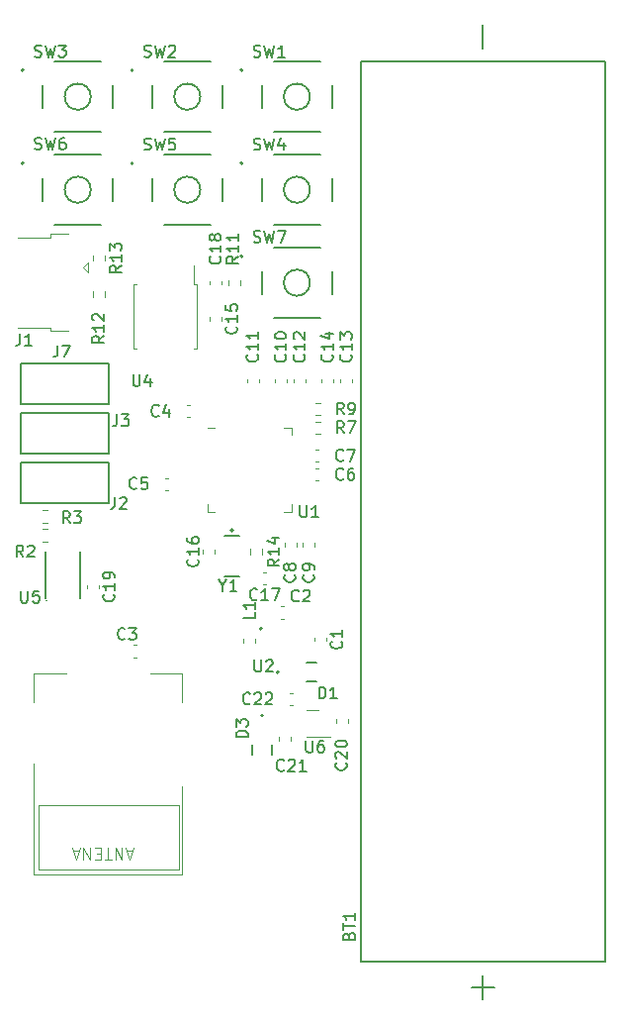
<source format=gbr>
%TF.GenerationSoftware,KiCad,Pcbnew,7.0.10*%
%TF.CreationDate,2024-12-09T12:22:18+01:00*%
%TF.ProjectId,dalmierz,64616c6d-6965-4727-9a2e-6b696361645f,rev?*%
%TF.SameCoordinates,Original*%
%TF.FileFunction,Legend,Top*%
%TF.FilePolarity,Positive*%
%FSLAX46Y46*%
G04 Gerber Fmt 4.6, Leading zero omitted, Abs format (unit mm)*
G04 Created by KiCad (PCBNEW 7.0.10) date 2024-12-09 12:22:18*
%MOMM*%
%LPD*%
G01*
G04 APERTURE LIST*
%ADD10C,0.150000*%
%ADD11C,0.100000*%
%ADD12C,0.120000*%
%ADD13C,0.200000*%
%ADD14C,0.127000*%
G04 APERTURE END LIST*
D10*
X151959580Y-115866666D02*
X152007200Y-115914285D01*
X152007200Y-115914285D02*
X152054819Y-116057142D01*
X152054819Y-116057142D02*
X152054819Y-116152380D01*
X152054819Y-116152380D02*
X152007200Y-116295237D01*
X152007200Y-116295237D02*
X151911961Y-116390475D01*
X151911961Y-116390475D02*
X151816723Y-116438094D01*
X151816723Y-116438094D02*
X151626247Y-116485713D01*
X151626247Y-116485713D02*
X151483390Y-116485713D01*
X151483390Y-116485713D02*
X151292914Y-116438094D01*
X151292914Y-116438094D02*
X151197676Y-116390475D01*
X151197676Y-116390475D02*
X151102438Y-116295237D01*
X151102438Y-116295237D02*
X151054819Y-116152380D01*
X151054819Y-116152380D02*
X151054819Y-116057142D01*
X151054819Y-116057142D02*
X151102438Y-115914285D01*
X151102438Y-115914285D02*
X151150057Y-115866666D01*
X152054819Y-114914285D02*
X152054819Y-115485713D01*
X152054819Y-115199999D02*
X151054819Y-115199999D01*
X151054819Y-115199999D02*
X151197676Y-115295237D01*
X151197676Y-115295237D02*
X151292914Y-115390475D01*
X151292914Y-115390475D02*
X151340533Y-115485713D01*
X147057142Y-126859580D02*
X147009523Y-126907200D01*
X147009523Y-126907200D02*
X146866666Y-126954819D01*
X146866666Y-126954819D02*
X146771428Y-126954819D01*
X146771428Y-126954819D02*
X146628571Y-126907200D01*
X146628571Y-126907200D02*
X146533333Y-126811961D01*
X146533333Y-126811961D02*
X146485714Y-126716723D01*
X146485714Y-126716723D02*
X146438095Y-126526247D01*
X146438095Y-126526247D02*
X146438095Y-126383390D01*
X146438095Y-126383390D02*
X146485714Y-126192914D01*
X146485714Y-126192914D02*
X146533333Y-126097676D01*
X146533333Y-126097676D02*
X146628571Y-126002438D01*
X146628571Y-126002438D02*
X146771428Y-125954819D01*
X146771428Y-125954819D02*
X146866666Y-125954819D01*
X146866666Y-125954819D02*
X147009523Y-126002438D01*
X147009523Y-126002438D02*
X147057142Y-126050057D01*
X147438095Y-126050057D02*
X147485714Y-126002438D01*
X147485714Y-126002438D02*
X147580952Y-125954819D01*
X147580952Y-125954819D02*
X147819047Y-125954819D01*
X147819047Y-125954819D02*
X147914285Y-126002438D01*
X147914285Y-126002438D02*
X147961904Y-126050057D01*
X147961904Y-126050057D02*
X148009523Y-126145295D01*
X148009523Y-126145295D02*
X148009523Y-126240533D01*
X148009523Y-126240533D02*
X147961904Y-126383390D01*
X147961904Y-126383390D02*
X147390476Y-126954819D01*
X147390476Y-126954819D02*
X148009523Y-126954819D01*
X148961904Y-126954819D02*
X148390476Y-126954819D01*
X148676190Y-126954819D02*
X148676190Y-125954819D01*
X148676190Y-125954819D02*
X148580952Y-126097676D01*
X148580952Y-126097676D02*
X148485714Y-126192914D01*
X148485714Y-126192914D02*
X148390476Y-126240533D01*
X149559580Y-110166666D02*
X149607200Y-110214285D01*
X149607200Y-110214285D02*
X149654819Y-110357142D01*
X149654819Y-110357142D02*
X149654819Y-110452380D01*
X149654819Y-110452380D02*
X149607200Y-110595237D01*
X149607200Y-110595237D02*
X149511961Y-110690475D01*
X149511961Y-110690475D02*
X149416723Y-110738094D01*
X149416723Y-110738094D02*
X149226247Y-110785713D01*
X149226247Y-110785713D02*
X149083390Y-110785713D01*
X149083390Y-110785713D02*
X148892914Y-110738094D01*
X148892914Y-110738094D02*
X148797676Y-110690475D01*
X148797676Y-110690475D02*
X148702438Y-110595237D01*
X148702438Y-110595237D02*
X148654819Y-110452380D01*
X148654819Y-110452380D02*
X148654819Y-110357142D01*
X148654819Y-110357142D02*
X148702438Y-110214285D01*
X148702438Y-110214285D02*
X148750057Y-110166666D01*
X149654819Y-109690475D02*
X149654819Y-109499999D01*
X149654819Y-109499999D02*
X149607200Y-109404761D01*
X149607200Y-109404761D02*
X149559580Y-109357142D01*
X149559580Y-109357142D02*
X149416723Y-109261904D01*
X149416723Y-109261904D02*
X149226247Y-109214285D01*
X149226247Y-109214285D02*
X148845295Y-109214285D01*
X148845295Y-109214285D02*
X148750057Y-109261904D01*
X148750057Y-109261904D02*
X148702438Y-109309523D01*
X148702438Y-109309523D02*
X148654819Y-109404761D01*
X148654819Y-109404761D02*
X148654819Y-109595237D01*
X148654819Y-109595237D02*
X148702438Y-109690475D01*
X148702438Y-109690475D02*
X148750057Y-109738094D01*
X148750057Y-109738094D02*
X148845295Y-109785713D01*
X148845295Y-109785713D02*
X149083390Y-109785713D01*
X149083390Y-109785713D02*
X149178628Y-109738094D01*
X149178628Y-109738094D02*
X149226247Y-109690475D01*
X149226247Y-109690475D02*
X149273866Y-109595237D01*
X149273866Y-109595237D02*
X149273866Y-109404761D01*
X149273866Y-109404761D02*
X149226247Y-109309523D01*
X149226247Y-109309523D02*
X149178628Y-109261904D01*
X149178628Y-109261904D02*
X149083390Y-109214285D01*
X148438095Y-104254819D02*
X148438095Y-105064342D01*
X148438095Y-105064342D02*
X148485714Y-105159580D01*
X148485714Y-105159580D02*
X148533333Y-105207200D01*
X148533333Y-105207200D02*
X148628571Y-105254819D01*
X148628571Y-105254819D02*
X148819047Y-105254819D01*
X148819047Y-105254819D02*
X148914285Y-105207200D01*
X148914285Y-105207200D02*
X148961904Y-105159580D01*
X148961904Y-105159580D02*
X149009523Y-105064342D01*
X149009523Y-105064342D02*
X149009523Y-104254819D01*
X150009523Y-105254819D02*
X149438095Y-105254819D01*
X149723809Y-105254819D02*
X149723809Y-104254819D01*
X149723809Y-104254819D02*
X149628571Y-104397676D01*
X149628571Y-104397676D02*
X149533333Y-104492914D01*
X149533333Y-104492914D02*
X149438095Y-104540533D01*
X133154819Y-83742857D02*
X132678628Y-84076190D01*
X133154819Y-84314285D02*
X132154819Y-84314285D01*
X132154819Y-84314285D02*
X132154819Y-83933333D01*
X132154819Y-83933333D02*
X132202438Y-83838095D01*
X132202438Y-83838095D02*
X132250057Y-83790476D01*
X132250057Y-83790476D02*
X132345295Y-83742857D01*
X132345295Y-83742857D02*
X132488152Y-83742857D01*
X132488152Y-83742857D02*
X132583390Y-83790476D01*
X132583390Y-83790476D02*
X132631009Y-83838095D01*
X132631009Y-83838095D02*
X132678628Y-83933333D01*
X132678628Y-83933333D02*
X132678628Y-84314285D01*
X133154819Y-82790476D02*
X133154819Y-83361904D01*
X133154819Y-83076190D02*
X132154819Y-83076190D01*
X132154819Y-83076190D02*
X132297676Y-83171428D01*
X132297676Y-83171428D02*
X132392914Y-83266666D01*
X132392914Y-83266666D02*
X132440533Y-83361904D01*
X132154819Y-82457142D02*
X132154819Y-81838095D01*
X132154819Y-81838095D02*
X132535771Y-82171428D01*
X132535771Y-82171428D02*
X132535771Y-82028571D01*
X132535771Y-82028571D02*
X132583390Y-81933333D01*
X132583390Y-81933333D02*
X132631009Y-81885714D01*
X132631009Y-81885714D02*
X132726247Y-81838095D01*
X132726247Y-81838095D02*
X132964342Y-81838095D01*
X132964342Y-81838095D02*
X133059580Y-81885714D01*
X133059580Y-81885714D02*
X133107200Y-81933333D01*
X133107200Y-81933333D02*
X133154819Y-82028571D01*
X133154819Y-82028571D02*
X133154819Y-82314285D01*
X133154819Y-82314285D02*
X133107200Y-82409523D01*
X133107200Y-82409523D02*
X133059580Y-82457142D01*
X144757142Y-112259580D02*
X144709523Y-112307200D01*
X144709523Y-112307200D02*
X144566666Y-112354819D01*
X144566666Y-112354819D02*
X144471428Y-112354819D01*
X144471428Y-112354819D02*
X144328571Y-112307200D01*
X144328571Y-112307200D02*
X144233333Y-112211961D01*
X144233333Y-112211961D02*
X144185714Y-112116723D01*
X144185714Y-112116723D02*
X144138095Y-111926247D01*
X144138095Y-111926247D02*
X144138095Y-111783390D01*
X144138095Y-111783390D02*
X144185714Y-111592914D01*
X144185714Y-111592914D02*
X144233333Y-111497676D01*
X144233333Y-111497676D02*
X144328571Y-111402438D01*
X144328571Y-111402438D02*
X144471428Y-111354819D01*
X144471428Y-111354819D02*
X144566666Y-111354819D01*
X144566666Y-111354819D02*
X144709523Y-111402438D01*
X144709523Y-111402438D02*
X144757142Y-111450057D01*
X145709523Y-112354819D02*
X145138095Y-112354819D01*
X145423809Y-112354819D02*
X145423809Y-111354819D01*
X145423809Y-111354819D02*
X145328571Y-111497676D01*
X145328571Y-111497676D02*
X145233333Y-111592914D01*
X145233333Y-111592914D02*
X145138095Y-111640533D01*
X146042857Y-111354819D02*
X146709523Y-111354819D01*
X146709523Y-111354819D02*
X146280952Y-112354819D01*
X144538095Y-117454819D02*
X144538095Y-118264342D01*
X144538095Y-118264342D02*
X144585714Y-118359580D01*
X144585714Y-118359580D02*
X144633333Y-118407200D01*
X144633333Y-118407200D02*
X144728571Y-118454819D01*
X144728571Y-118454819D02*
X144919047Y-118454819D01*
X144919047Y-118454819D02*
X145014285Y-118407200D01*
X145014285Y-118407200D02*
X145061904Y-118359580D01*
X145061904Y-118359580D02*
X145109523Y-118264342D01*
X145109523Y-118264342D02*
X145109523Y-117454819D01*
X145538095Y-117550057D02*
X145585714Y-117502438D01*
X145585714Y-117502438D02*
X145680952Y-117454819D01*
X145680952Y-117454819D02*
X145919047Y-117454819D01*
X145919047Y-117454819D02*
X146014285Y-117502438D01*
X146014285Y-117502438D02*
X146061904Y-117550057D01*
X146061904Y-117550057D02*
X146109523Y-117645295D01*
X146109523Y-117645295D02*
X146109523Y-117740533D01*
X146109523Y-117740533D02*
X146061904Y-117883390D01*
X146061904Y-117883390D02*
X145490476Y-118454819D01*
X145490476Y-118454819D02*
X146109523Y-118454819D01*
X152183333Y-98054819D02*
X151850000Y-97578628D01*
X151611905Y-98054819D02*
X151611905Y-97054819D01*
X151611905Y-97054819D02*
X151992857Y-97054819D01*
X151992857Y-97054819D02*
X152088095Y-97102438D01*
X152088095Y-97102438D02*
X152135714Y-97150057D01*
X152135714Y-97150057D02*
X152183333Y-97245295D01*
X152183333Y-97245295D02*
X152183333Y-97388152D01*
X152183333Y-97388152D02*
X152135714Y-97483390D01*
X152135714Y-97483390D02*
X152088095Y-97531009D01*
X152088095Y-97531009D02*
X151992857Y-97578628D01*
X151992857Y-97578628D02*
X151611905Y-97578628D01*
X152516667Y-97054819D02*
X153183333Y-97054819D01*
X153183333Y-97054819D02*
X152754762Y-98054819D01*
X151159580Y-91342857D02*
X151207200Y-91390476D01*
X151207200Y-91390476D02*
X151254819Y-91533333D01*
X151254819Y-91533333D02*
X151254819Y-91628571D01*
X151254819Y-91628571D02*
X151207200Y-91771428D01*
X151207200Y-91771428D02*
X151111961Y-91866666D01*
X151111961Y-91866666D02*
X151016723Y-91914285D01*
X151016723Y-91914285D02*
X150826247Y-91961904D01*
X150826247Y-91961904D02*
X150683390Y-91961904D01*
X150683390Y-91961904D02*
X150492914Y-91914285D01*
X150492914Y-91914285D02*
X150397676Y-91866666D01*
X150397676Y-91866666D02*
X150302438Y-91771428D01*
X150302438Y-91771428D02*
X150254819Y-91628571D01*
X150254819Y-91628571D02*
X150254819Y-91533333D01*
X150254819Y-91533333D02*
X150302438Y-91390476D01*
X150302438Y-91390476D02*
X150350057Y-91342857D01*
X151254819Y-90390476D02*
X151254819Y-90961904D01*
X151254819Y-90676190D02*
X150254819Y-90676190D01*
X150254819Y-90676190D02*
X150397676Y-90771428D01*
X150397676Y-90771428D02*
X150492914Y-90866666D01*
X150492914Y-90866666D02*
X150540533Y-90961904D01*
X150588152Y-89533333D02*
X151254819Y-89533333D01*
X150207200Y-89771428D02*
X150921485Y-90009523D01*
X150921485Y-90009523D02*
X150921485Y-89390476D01*
X142959580Y-88942857D02*
X143007200Y-88990476D01*
X143007200Y-88990476D02*
X143054819Y-89133333D01*
X143054819Y-89133333D02*
X143054819Y-89228571D01*
X143054819Y-89228571D02*
X143007200Y-89371428D01*
X143007200Y-89371428D02*
X142911961Y-89466666D01*
X142911961Y-89466666D02*
X142816723Y-89514285D01*
X142816723Y-89514285D02*
X142626247Y-89561904D01*
X142626247Y-89561904D02*
X142483390Y-89561904D01*
X142483390Y-89561904D02*
X142292914Y-89514285D01*
X142292914Y-89514285D02*
X142197676Y-89466666D01*
X142197676Y-89466666D02*
X142102438Y-89371428D01*
X142102438Y-89371428D02*
X142054819Y-89228571D01*
X142054819Y-89228571D02*
X142054819Y-89133333D01*
X142054819Y-89133333D02*
X142102438Y-88990476D01*
X142102438Y-88990476D02*
X142150057Y-88942857D01*
X143054819Y-87990476D02*
X143054819Y-88561904D01*
X143054819Y-88276190D02*
X142054819Y-88276190D01*
X142054819Y-88276190D02*
X142197676Y-88371428D01*
X142197676Y-88371428D02*
X142292914Y-88466666D01*
X142292914Y-88466666D02*
X142340533Y-88561904D01*
X142054819Y-87085714D02*
X142054819Y-87561904D01*
X142054819Y-87561904D02*
X142531009Y-87609523D01*
X142531009Y-87609523D02*
X142483390Y-87561904D01*
X142483390Y-87561904D02*
X142435771Y-87466666D01*
X142435771Y-87466666D02*
X142435771Y-87228571D01*
X142435771Y-87228571D02*
X142483390Y-87133333D01*
X142483390Y-87133333D02*
X142531009Y-87085714D01*
X142531009Y-87085714D02*
X142626247Y-87038095D01*
X142626247Y-87038095D02*
X142864342Y-87038095D01*
X142864342Y-87038095D02*
X142959580Y-87085714D01*
X142959580Y-87085714D02*
X143007200Y-87133333D01*
X143007200Y-87133333D02*
X143054819Y-87228571D01*
X143054819Y-87228571D02*
X143054819Y-87466666D01*
X143054819Y-87466666D02*
X143007200Y-87561904D01*
X143007200Y-87561904D02*
X142959580Y-87609523D01*
X128733333Y-105754819D02*
X128400000Y-105278628D01*
X128161905Y-105754819D02*
X128161905Y-104754819D01*
X128161905Y-104754819D02*
X128542857Y-104754819D01*
X128542857Y-104754819D02*
X128638095Y-104802438D01*
X128638095Y-104802438D02*
X128685714Y-104850057D01*
X128685714Y-104850057D02*
X128733333Y-104945295D01*
X128733333Y-104945295D02*
X128733333Y-105088152D01*
X128733333Y-105088152D02*
X128685714Y-105183390D01*
X128685714Y-105183390D02*
X128638095Y-105231009D01*
X128638095Y-105231009D02*
X128542857Y-105278628D01*
X128542857Y-105278628D02*
X128161905Y-105278628D01*
X129066667Y-104754819D02*
X129685714Y-104754819D01*
X129685714Y-104754819D02*
X129352381Y-105135771D01*
X129352381Y-105135771D02*
X129495238Y-105135771D01*
X129495238Y-105135771D02*
X129590476Y-105183390D01*
X129590476Y-105183390D02*
X129638095Y-105231009D01*
X129638095Y-105231009D02*
X129685714Y-105326247D01*
X129685714Y-105326247D02*
X129685714Y-105564342D01*
X129685714Y-105564342D02*
X129638095Y-105659580D01*
X129638095Y-105659580D02*
X129590476Y-105707200D01*
X129590476Y-105707200D02*
X129495238Y-105754819D01*
X129495238Y-105754819D02*
X129209524Y-105754819D01*
X129209524Y-105754819D02*
X129114286Y-105707200D01*
X129114286Y-105707200D02*
X129066667Y-105659580D01*
X146654819Y-108842857D02*
X146178628Y-109176190D01*
X146654819Y-109414285D02*
X145654819Y-109414285D01*
X145654819Y-109414285D02*
X145654819Y-109033333D01*
X145654819Y-109033333D02*
X145702438Y-108938095D01*
X145702438Y-108938095D02*
X145750057Y-108890476D01*
X145750057Y-108890476D02*
X145845295Y-108842857D01*
X145845295Y-108842857D02*
X145988152Y-108842857D01*
X145988152Y-108842857D02*
X146083390Y-108890476D01*
X146083390Y-108890476D02*
X146131009Y-108938095D01*
X146131009Y-108938095D02*
X146178628Y-109033333D01*
X146178628Y-109033333D02*
X146178628Y-109414285D01*
X146654819Y-107890476D02*
X146654819Y-108461904D01*
X146654819Y-108176190D02*
X145654819Y-108176190D01*
X145654819Y-108176190D02*
X145797676Y-108271428D01*
X145797676Y-108271428D02*
X145892914Y-108366666D01*
X145892914Y-108366666D02*
X145940533Y-108461904D01*
X145988152Y-107033333D02*
X146654819Y-107033333D01*
X145607200Y-107271428D02*
X146321485Y-107509523D01*
X146321485Y-107509523D02*
X146321485Y-106890476D01*
X134138095Y-93054819D02*
X134138095Y-93864342D01*
X134138095Y-93864342D02*
X134185714Y-93959580D01*
X134185714Y-93959580D02*
X134233333Y-94007200D01*
X134233333Y-94007200D02*
X134328571Y-94054819D01*
X134328571Y-94054819D02*
X134519047Y-94054819D01*
X134519047Y-94054819D02*
X134614285Y-94007200D01*
X134614285Y-94007200D02*
X134661904Y-93959580D01*
X134661904Y-93959580D02*
X134709523Y-93864342D01*
X134709523Y-93864342D02*
X134709523Y-93054819D01*
X135614285Y-93388152D02*
X135614285Y-94054819D01*
X135376190Y-93007200D02*
X135138095Y-93721485D01*
X135138095Y-93721485D02*
X135757142Y-93721485D01*
X148938095Y-124354819D02*
X148938095Y-125164342D01*
X148938095Y-125164342D02*
X148985714Y-125259580D01*
X148985714Y-125259580D02*
X149033333Y-125307200D01*
X149033333Y-125307200D02*
X149128571Y-125354819D01*
X149128571Y-125354819D02*
X149319047Y-125354819D01*
X149319047Y-125354819D02*
X149414285Y-125307200D01*
X149414285Y-125307200D02*
X149461904Y-125259580D01*
X149461904Y-125259580D02*
X149509523Y-125164342D01*
X149509523Y-125164342D02*
X149509523Y-124354819D01*
X150414285Y-124354819D02*
X150223809Y-124354819D01*
X150223809Y-124354819D02*
X150128571Y-124402438D01*
X150128571Y-124402438D02*
X150080952Y-124450057D01*
X150080952Y-124450057D02*
X149985714Y-124592914D01*
X149985714Y-124592914D02*
X149938095Y-124783390D01*
X149938095Y-124783390D02*
X149938095Y-125164342D01*
X149938095Y-125164342D02*
X149985714Y-125259580D01*
X149985714Y-125259580D02*
X150033333Y-125307200D01*
X150033333Y-125307200D02*
X150128571Y-125354819D01*
X150128571Y-125354819D02*
X150319047Y-125354819D01*
X150319047Y-125354819D02*
X150414285Y-125307200D01*
X150414285Y-125307200D02*
X150461904Y-125259580D01*
X150461904Y-125259580D02*
X150509523Y-125164342D01*
X150509523Y-125164342D02*
X150509523Y-124926247D01*
X150509523Y-124926247D02*
X150461904Y-124831009D01*
X150461904Y-124831009D02*
X150414285Y-124783390D01*
X150414285Y-124783390D02*
X150319047Y-124735771D01*
X150319047Y-124735771D02*
X150128571Y-124735771D01*
X150128571Y-124735771D02*
X150033333Y-124783390D01*
X150033333Y-124783390D02*
X149985714Y-124831009D01*
X149985714Y-124831009D02*
X149938095Y-124926247D01*
X141823809Y-111078628D02*
X141823809Y-111554819D01*
X141490476Y-110554819D02*
X141823809Y-111078628D01*
X141823809Y-111078628D02*
X142157142Y-110554819D01*
X143014285Y-111554819D02*
X142442857Y-111554819D01*
X142728571Y-111554819D02*
X142728571Y-110554819D01*
X142728571Y-110554819D02*
X142633333Y-110697676D01*
X142633333Y-110697676D02*
X142538095Y-110792914D01*
X142538095Y-110792914D02*
X142442857Y-110840533D01*
X133433333Y-115629580D02*
X133385714Y-115677200D01*
X133385714Y-115677200D02*
X133242857Y-115724819D01*
X133242857Y-115724819D02*
X133147619Y-115724819D01*
X133147619Y-115724819D02*
X133004762Y-115677200D01*
X133004762Y-115677200D02*
X132909524Y-115581961D01*
X132909524Y-115581961D02*
X132861905Y-115486723D01*
X132861905Y-115486723D02*
X132814286Y-115296247D01*
X132814286Y-115296247D02*
X132814286Y-115153390D01*
X132814286Y-115153390D02*
X132861905Y-114962914D01*
X132861905Y-114962914D02*
X132909524Y-114867676D01*
X132909524Y-114867676D02*
X133004762Y-114772438D01*
X133004762Y-114772438D02*
X133147619Y-114724819D01*
X133147619Y-114724819D02*
X133242857Y-114724819D01*
X133242857Y-114724819D02*
X133385714Y-114772438D01*
X133385714Y-114772438D02*
X133433333Y-114820057D01*
X133766667Y-114724819D02*
X134385714Y-114724819D01*
X134385714Y-114724819D02*
X134052381Y-115105771D01*
X134052381Y-115105771D02*
X134195238Y-115105771D01*
X134195238Y-115105771D02*
X134290476Y-115153390D01*
X134290476Y-115153390D02*
X134338095Y-115201009D01*
X134338095Y-115201009D02*
X134385714Y-115296247D01*
X134385714Y-115296247D02*
X134385714Y-115534342D01*
X134385714Y-115534342D02*
X134338095Y-115629580D01*
X134338095Y-115629580D02*
X134290476Y-115677200D01*
X134290476Y-115677200D02*
X134195238Y-115724819D01*
X134195238Y-115724819D02*
X133909524Y-115724819D01*
X133909524Y-115724819D02*
X133814286Y-115677200D01*
X133814286Y-115677200D02*
X133766667Y-115629580D01*
X143154819Y-82942857D02*
X142678628Y-83276190D01*
X143154819Y-83514285D02*
X142154819Y-83514285D01*
X142154819Y-83514285D02*
X142154819Y-83133333D01*
X142154819Y-83133333D02*
X142202438Y-83038095D01*
X142202438Y-83038095D02*
X142250057Y-82990476D01*
X142250057Y-82990476D02*
X142345295Y-82942857D01*
X142345295Y-82942857D02*
X142488152Y-82942857D01*
X142488152Y-82942857D02*
X142583390Y-82990476D01*
X142583390Y-82990476D02*
X142631009Y-83038095D01*
X142631009Y-83038095D02*
X142678628Y-83133333D01*
X142678628Y-83133333D02*
X142678628Y-83514285D01*
X143154819Y-81990476D02*
X143154819Y-82561904D01*
X143154819Y-82276190D02*
X142154819Y-82276190D01*
X142154819Y-82276190D02*
X142297676Y-82371428D01*
X142297676Y-82371428D02*
X142392914Y-82466666D01*
X142392914Y-82466666D02*
X142440533Y-82561904D01*
X143154819Y-81038095D02*
X143154819Y-81609523D01*
X143154819Y-81323809D02*
X142154819Y-81323809D01*
X142154819Y-81323809D02*
X142297676Y-81419047D01*
X142297676Y-81419047D02*
X142392914Y-81514285D01*
X142392914Y-81514285D02*
X142440533Y-81609523D01*
X132566666Y-103554819D02*
X132566666Y-104269104D01*
X132566666Y-104269104D02*
X132519047Y-104411961D01*
X132519047Y-104411961D02*
X132423809Y-104507200D01*
X132423809Y-104507200D02*
X132280952Y-104554819D01*
X132280952Y-104554819D02*
X132185714Y-104554819D01*
X132995238Y-103650057D02*
X133042857Y-103602438D01*
X133042857Y-103602438D02*
X133138095Y-103554819D01*
X133138095Y-103554819D02*
X133376190Y-103554819D01*
X133376190Y-103554819D02*
X133471428Y-103602438D01*
X133471428Y-103602438D02*
X133519047Y-103650057D01*
X133519047Y-103650057D02*
X133566666Y-103745295D01*
X133566666Y-103745295D02*
X133566666Y-103840533D01*
X133566666Y-103840533D02*
X133519047Y-103983390D01*
X133519047Y-103983390D02*
X132947619Y-104554819D01*
X132947619Y-104554819D02*
X133566666Y-104554819D01*
X152359580Y-126242857D02*
X152407200Y-126290476D01*
X152407200Y-126290476D02*
X152454819Y-126433333D01*
X152454819Y-126433333D02*
X152454819Y-126528571D01*
X152454819Y-126528571D02*
X152407200Y-126671428D01*
X152407200Y-126671428D02*
X152311961Y-126766666D01*
X152311961Y-126766666D02*
X152216723Y-126814285D01*
X152216723Y-126814285D02*
X152026247Y-126861904D01*
X152026247Y-126861904D02*
X151883390Y-126861904D01*
X151883390Y-126861904D02*
X151692914Y-126814285D01*
X151692914Y-126814285D02*
X151597676Y-126766666D01*
X151597676Y-126766666D02*
X151502438Y-126671428D01*
X151502438Y-126671428D02*
X151454819Y-126528571D01*
X151454819Y-126528571D02*
X151454819Y-126433333D01*
X151454819Y-126433333D02*
X151502438Y-126290476D01*
X151502438Y-126290476D02*
X151550057Y-126242857D01*
X151550057Y-125861904D02*
X151502438Y-125814285D01*
X151502438Y-125814285D02*
X151454819Y-125719047D01*
X151454819Y-125719047D02*
X151454819Y-125480952D01*
X151454819Y-125480952D02*
X151502438Y-125385714D01*
X151502438Y-125385714D02*
X151550057Y-125338095D01*
X151550057Y-125338095D02*
X151645295Y-125290476D01*
X151645295Y-125290476D02*
X151740533Y-125290476D01*
X151740533Y-125290476D02*
X151883390Y-125338095D01*
X151883390Y-125338095D02*
X152454819Y-125909523D01*
X152454819Y-125909523D02*
X152454819Y-125290476D01*
X151454819Y-124671428D02*
X151454819Y-124576190D01*
X151454819Y-124576190D02*
X151502438Y-124480952D01*
X151502438Y-124480952D02*
X151550057Y-124433333D01*
X151550057Y-124433333D02*
X151645295Y-124385714D01*
X151645295Y-124385714D02*
X151835771Y-124338095D01*
X151835771Y-124338095D02*
X152073866Y-124338095D01*
X152073866Y-124338095D02*
X152264342Y-124385714D01*
X152264342Y-124385714D02*
X152359580Y-124433333D01*
X152359580Y-124433333D02*
X152407200Y-124480952D01*
X152407200Y-124480952D02*
X152454819Y-124576190D01*
X152454819Y-124576190D02*
X152454819Y-124671428D01*
X152454819Y-124671428D02*
X152407200Y-124766666D01*
X152407200Y-124766666D02*
X152359580Y-124814285D01*
X152359580Y-124814285D02*
X152264342Y-124861904D01*
X152264342Y-124861904D02*
X152073866Y-124909523D01*
X152073866Y-124909523D02*
X151835771Y-124909523D01*
X151835771Y-124909523D02*
X151645295Y-124861904D01*
X151645295Y-124861904D02*
X151550057Y-124814285D01*
X151550057Y-124814285D02*
X151502438Y-124766666D01*
X151502438Y-124766666D02*
X151454819Y-124671428D01*
X152133333Y-101959580D02*
X152085714Y-102007200D01*
X152085714Y-102007200D02*
X151942857Y-102054819D01*
X151942857Y-102054819D02*
X151847619Y-102054819D01*
X151847619Y-102054819D02*
X151704762Y-102007200D01*
X151704762Y-102007200D02*
X151609524Y-101911961D01*
X151609524Y-101911961D02*
X151561905Y-101816723D01*
X151561905Y-101816723D02*
X151514286Y-101626247D01*
X151514286Y-101626247D02*
X151514286Y-101483390D01*
X151514286Y-101483390D02*
X151561905Y-101292914D01*
X151561905Y-101292914D02*
X151609524Y-101197676D01*
X151609524Y-101197676D02*
X151704762Y-101102438D01*
X151704762Y-101102438D02*
X151847619Y-101054819D01*
X151847619Y-101054819D02*
X151942857Y-101054819D01*
X151942857Y-101054819D02*
X152085714Y-101102438D01*
X152085714Y-101102438D02*
X152133333Y-101150057D01*
X152990476Y-101054819D02*
X152800000Y-101054819D01*
X152800000Y-101054819D02*
X152704762Y-101102438D01*
X152704762Y-101102438D02*
X152657143Y-101150057D01*
X152657143Y-101150057D02*
X152561905Y-101292914D01*
X152561905Y-101292914D02*
X152514286Y-101483390D01*
X152514286Y-101483390D02*
X152514286Y-101864342D01*
X152514286Y-101864342D02*
X152561905Y-101959580D01*
X152561905Y-101959580D02*
X152609524Y-102007200D01*
X152609524Y-102007200D02*
X152704762Y-102054819D01*
X152704762Y-102054819D02*
X152895238Y-102054819D01*
X152895238Y-102054819D02*
X152990476Y-102007200D01*
X152990476Y-102007200D02*
X153038095Y-101959580D01*
X153038095Y-101959580D02*
X153085714Y-101864342D01*
X153085714Y-101864342D02*
X153085714Y-101626247D01*
X153085714Y-101626247D02*
X153038095Y-101531009D01*
X153038095Y-101531009D02*
X152990476Y-101483390D01*
X152990476Y-101483390D02*
X152895238Y-101435771D01*
X152895238Y-101435771D02*
X152704762Y-101435771D01*
X152704762Y-101435771D02*
X152609524Y-101483390D01*
X152609524Y-101483390D02*
X152561905Y-101531009D01*
X152561905Y-101531009D02*
X152514286Y-101626247D01*
X124466666Y-89554819D02*
X124466666Y-90269104D01*
X124466666Y-90269104D02*
X124419047Y-90411961D01*
X124419047Y-90411961D02*
X124323809Y-90507200D01*
X124323809Y-90507200D02*
X124180952Y-90554819D01*
X124180952Y-90554819D02*
X124085714Y-90554819D01*
X125466666Y-90554819D02*
X124895238Y-90554819D01*
X125180952Y-90554819D02*
X125180952Y-89554819D01*
X125180952Y-89554819D02*
X125085714Y-89697676D01*
X125085714Y-89697676D02*
X124990476Y-89792914D01*
X124990476Y-89792914D02*
X124895238Y-89840533D01*
X135094354Y-65857200D02*
X135237211Y-65904819D01*
X135237211Y-65904819D02*
X135475306Y-65904819D01*
X135475306Y-65904819D02*
X135570544Y-65857200D01*
X135570544Y-65857200D02*
X135618163Y-65809580D01*
X135618163Y-65809580D02*
X135665782Y-65714342D01*
X135665782Y-65714342D02*
X135665782Y-65619104D01*
X135665782Y-65619104D02*
X135618163Y-65523866D01*
X135618163Y-65523866D02*
X135570544Y-65476247D01*
X135570544Y-65476247D02*
X135475306Y-65428628D01*
X135475306Y-65428628D02*
X135284830Y-65381009D01*
X135284830Y-65381009D02*
X135189592Y-65333390D01*
X135189592Y-65333390D02*
X135141973Y-65285771D01*
X135141973Y-65285771D02*
X135094354Y-65190533D01*
X135094354Y-65190533D02*
X135094354Y-65095295D01*
X135094354Y-65095295D02*
X135141973Y-65000057D01*
X135141973Y-65000057D02*
X135189592Y-64952438D01*
X135189592Y-64952438D02*
X135284830Y-64904819D01*
X135284830Y-64904819D02*
X135522925Y-64904819D01*
X135522925Y-64904819D02*
X135665782Y-64952438D01*
X135999116Y-64904819D02*
X136237211Y-65904819D01*
X136237211Y-65904819D02*
X136427687Y-65190533D01*
X136427687Y-65190533D02*
X136618163Y-65904819D01*
X136618163Y-65904819D02*
X136856259Y-64904819D01*
X137189592Y-65000057D02*
X137237211Y-64952438D01*
X137237211Y-64952438D02*
X137332449Y-64904819D01*
X137332449Y-64904819D02*
X137570544Y-64904819D01*
X137570544Y-64904819D02*
X137665782Y-64952438D01*
X137665782Y-64952438D02*
X137713401Y-65000057D01*
X137713401Y-65000057D02*
X137761020Y-65095295D01*
X137761020Y-65095295D02*
X137761020Y-65190533D01*
X137761020Y-65190533D02*
X137713401Y-65333390D01*
X137713401Y-65333390D02*
X137141973Y-65904819D01*
X137141973Y-65904819D02*
X137761020Y-65904819D01*
X152183333Y-96454819D02*
X151850000Y-95978628D01*
X151611905Y-96454819D02*
X151611905Y-95454819D01*
X151611905Y-95454819D02*
X151992857Y-95454819D01*
X151992857Y-95454819D02*
X152088095Y-95502438D01*
X152088095Y-95502438D02*
X152135714Y-95550057D01*
X152135714Y-95550057D02*
X152183333Y-95645295D01*
X152183333Y-95645295D02*
X152183333Y-95788152D01*
X152183333Y-95788152D02*
X152135714Y-95883390D01*
X152135714Y-95883390D02*
X152088095Y-95931009D01*
X152088095Y-95931009D02*
X151992857Y-95978628D01*
X151992857Y-95978628D02*
X151611905Y-95978628D01*
X152659524Y-96454819D02*
X152850000Y-96454819D01*
X152850000Y-96454819D02*
X152945238Y-96407200D01*
X152945238Y-96407200D02*
X152992857Y-96359580D01*
X152992857Y-96359580D02*
X153088095Y-96216723D01*
X153088095Y-96216723D02*
X153135714Y-96026247D01*
X153135714Y-96026247D02*
X153135714Y-95645295D01*
X153135714Y-95645295D02*
X153088095Y-95550057D01*
X153088095Y-95550057D02*
X153040476Y-95502438D01*
X153040476Y-95502438D02*
X152945238Y-95454819D01*
X152945238Y-95454819D02*
X152754762Y-95454819D01*
X152754762Y-95454819D02*
X152659524Y-95502438D01*
X152659524Y-95502438D02*
X152611905Y-95550057D01*
X152611905Y-95550057D02*
X152564286Y-95645295D01*
X152564286Y-95645295D02*
X152564286Y-95883390D01*
X152564286Y-95883390D02*
X152611905Y-95978628D01*
X152611905Y-95978628D02*
X152659524Y-96026247D01*
X152659524Y-96026247D02*
X152754762Y-96073866D01*
X152754762Y-96073866D02*
X152945238Y-96073866D01*
X152945238Y-96073866D02*
X153040476Y-96026247D01*
X153040476Y-96026247D02*
X153088095Y-95978628D01*
X153088095Y-95978628D02*
X153135714Y-95883390D01*
X144476604Y-65857200D02*
X144619461Y-65904819D01*
X144619461Y-65904819D02*
X144857556Y-65904819D01*
X144857556Y-65904819D02*
X144952794Y-65857200D01*
X144952794Y-65857200D02*
X145000413Y-65809580D01*
X145000413Y-65809580D02*
X145048032Y-65714342D01*
X145048032Y-65714342D02*
X145048032Y-65619104D01*
X145048032Y-65619104D02*
X145000413Y-65523866D01*
X145000413Y-65523866D02*
X144952794Y-65476247D01*
X144952794Y-65476247D02*
X144857556Y-65428628D01*
X144857556Y-65428628D02*
X144667080Y-65381009D01*
X144667080Y-65381009D02*
X144571842Y-65333390D01*
X144571842Y-65333390D02*
X144524223Y-65285771D01*
X144524223Y-65285771D02*
X144476604Y-65190533D01*
X144476604Y-65190533D02*
X144476604Y-65095295D01*
X144476604Y-65095295D02*
X144524223Y-65000057D01*
X144524223Y-65000057D02*
X144571842Y-64952438D01*
X144571842Y-64952438D02*
X144667080Y-64904819D01*
X144667080Y-64904819D02*
X144905175Y-64904819D01*
X144905175Y-64904819D02*
X145048032Y-64952438D01*
X145381366Y-64904819D02*
X145619461Y-65904819D01*
X145619461Y-65904819D02*
X145809937Y-65190533D01*
X145809937Y-65190533D02*
X146000413Y-65904819D01*
X146000413Y-65904819D02*
X146238509Y-64904819D01*
X147143270Y-65904819D02*
X146571842Y-65904819D01*
X146857556Y-65904819D02*
X146857556Y-64904819D01*
X146857556Y-64904819D02*
X146762318Y-65047676D01*
X146762318Y-65047676D02*
X146667080Y-65142914D01*
X146667080Y-65142914D02*
X146571842Y-65190533D01*
X136333333Y-96559580D02*
X136285714Y-96607200D01*
X136285714Y-96607200D02*
X136142857Y-96654819D01*
X136142857Y-96654819D02*
X136047619Y-96654819D01*
X136047619Y-96654819D02*
X135904762Y-96607200D01*
X135904762Y-96607200D02*
X135809524Y-96511961D01*
X135809524Y-96511961D02*
X135761905Y-96416723D01*
X135761905Y-96416723D02*
X135714286Y-96226247D01*
X135714286Y-96226247D02*
X135714286Y-96083390D01*
X135714286Y-96083390D02*
X135761905Y-95892914D01*
X135761905Y-95892914D02*
X135809524Y-95797676D01*
X135809524Y-95797676D02*
X135904762Y-95702438D01*
X135904762Y-95702438D02*
X136047619Y-95654819D01*
X136047619Y-95654819D02*
X136142857Y-95654819D01*
X136142857Y-95654819D02*
X136285714Y-95702438D01*
X136285714Y-95702438D02*
X136333333Y-95750057D01*
X137190476Y-95988152D02*
X137190476Y-96654819D01*
X136952381Y-95607200D02*
X136714286Y-96321485D01*
X136714286Y-96321485D02*
X137333333Y-96321485D01*
X135094354Y-73807200D02*
X135237211Y-73854819D01*
X135237211Y-73854819D02*
X135475306Y-73854819D01*
X135475306Y-73854819D02*
X135570544Y-73807200D01*
X135570544Y-73807200D02*
X135618163Y-73759580D01*
X135618163Y-73759580D02*
X135665782Y-73664342D01*
X135665782Y-73664342D02*
X135665782Y-73569104D01*
X135665782Y-73569104D02*
X135618163Y-73473866D01*
X135618163Y-73473866D02*
X135570544Y-73426247D01*
X135570544Y-73426247D02*
X135475306Y-73378628D01*
X135475306Y-73378628D02*
X135284830Y-73331009D01*
X135284830Y-73331009D02*
X135189592Y-73283390D01*
X135189592Y-73283390D02*
X135141973Y-73235771D01*
X135141973Y-73235771D02*
X135094354Y-73140533D01*
X135094354Y-73140533D02*
X135094354Y-73045295D01*
X135094354Y-73045295D02*
X135141973Y-72950057D01*
X135141973Y-72950057D02*
X135189592Y-72902438D01*
X135189592Y-72902438D02*
X135284830Y-72854819D01*
X135284830Y-72854819D02*
X135522925Y-72854819D01*
X135522925Y-72854819D02*
X135665782Y-72902438D01*
X135999116Y-72854819D02*
X136237211Y-73854819D01*
X136237211Y-73854819D02*
X136427687Y-73140533D01*
X136427687Y-73140533D02*
X136618163Y-73854819D01*
X136618163Y-73854819D02*
X136856259Y-72854819D01*
X137713401Y-72854819D02*
X137237211Y-72854819D01*
X137237211Y-72854819D02*
X137189592Y-73331009D01*
X137189592Y-73331009D02*
X137237211Y-73283390D01*
X137237211Y-73283390D02*
X137332449Y-73235771D01*
X137332449Y-73235771D02*
X137570544Y-73235771D01*
X137570544Y-73235771D02*
X137665782Y-73283390D01*
X137665782Y-73283390D02*
X137713401Y-73331009D01*
X137713401Y-73331009D02*
X137761020Y-73426247D01*
X137761020Y-73426247D02*
X137761020Y-73664342D01*
X137761020Y-73664342D02*
X137713401Y-73759580D01*
X137713401Y-73759580D02*
X137665782Y-73807200D01*
X137665782Y-73807200D02*
X137570544Y-73854819D01*
X137570544Y-73854819D02*
X137332449Y-73854819D01*
X137332449Y-73854819D02*
X137237211Y-73807200D01*
X137237211Y-73807200D02*
X137189592Y-73759580D01*
X125712104Y-65857200D02*
X125854961Y-65904819D01*
X125854961Y-65904819D02*
X126093056Y-65904819D01*
X126093056Y-65904819D02*
X126188294Y-65857200D01*
X126188294Y-65857200D02*
X126235913Y-65809580D01*
X126235913Y-65809580D02*
X126283532Y-65714342D01*
X126283532Y-65714342D02*
X126283532Y-65619104D01*
X126283532Y-65619104D02*
X126235913Y-65523866D01*
X126235913Y-65523866D02*
X126188294Y-65476247D01*
X126188294Y-65476247D02*
X126093056Y-65428628D01*
X126093056Y-65428628D02*
X125902580Y-65381009D01*
X125902580Y-65381009D02*
X125807342Y-65333390D01*
X125807342Y-65333390D02*
X125759723Y-65285771D01*
X125759723Y-65285771D02*
X125712104Y-65190533D01*
X125712104Y-65190533D02*
X125712104Y-65095295D01*
X125712104Y-65095295D02*
X125759723Y-65000057D01*
X125759723Y-65000057D02*
X125807342Y-64952438D01*
X125807342Y-64952438D02*
X125902580Y-64904819D01*
X125902580Y-64904819D02*
X126140675Y-64904819D01*
X126140675Y-64904819D02*
X126283532Y-64952438D01*
X126616866Y-64904819D02*
X126854961Y-65904819D01*
X126854961Y-65904819D02*
X127045437Y-65190533D01*
X127045437Y-65190533D02*
X127235913Y-65904819D01*
X127235913Y-65904819D02*
X127474009Y-64904819D01*
X127759723Y-64904819D02*
X128378770Y-64904819D01*
X128378770Y-64904819D02*
X128045437Y-65285771D01*
X128045437Y-65285771D02*
X128188294Y-65285771D01*
X128188294Y-65285771D02*
X128283532Y-65333390D01*
X128283532Y-65333390D02*
X128331151Y-65381009D01*
X128331151Y-65381009D02*
X128378770Y-65476247D01*
X128378770Y-65476247D02*
X128378770Y-65714342D01*
X128378770Y-65714342D02*
X128331151Y-65809580D01*
X128331151Y-65809580D02*
X128283532Y-65857200D01*
X128283532Y-65857200D02*
X128188294Y-65904819D01*
X128188294Y-65904819D02*
X127902580Y-65904819D01*
X127902580Y-65904819D02*
X127807342Y-65857200D01*
X127807342Y-65857200D02*
X127759723Y-65809580D01*
X125712104Y-73757200D02*
X125854961Y-73804819D01*
X125854961Y-73804819D02*
X126093056Y-73804819D01*
X126093056Y-73804819D02*
X126188294Y-73757200D01*
X126188294Y-73757200D02*
X126235913Y-73709580D01*
X126235913Y-73709580D02*
X126283532Y-73614342D01*
X126283532Y-73614342D02*
X126283532Y-73519104D01*
X126283532Y-73519104D02*
X126235913Y-73423866D01*
X126235913Y-73423866D02*
X126188294Y-73376247D01*
X126188294Y-73376247D02*
X126093056Y-73328628D01*
X126093056Y-73328628D02*
X125902580Y-73281009D01*
X125902580Y-73281009D02*
X125807342Y-73233390D01*
X125807342Y-73233390D02*
X125759723Y-73185771D01*
X125759723Y-73185771D02*
X125712104Y-73090533D01*
X125712104Y-73090533D02*
X125712104Y-72995295D01*
X125712104Y-72995295D02*
X125759723Y-72900057D01*
X125759723Y-72900057D02*
X125807342Y-72852438D01*
X125807342Y-72852438D02*
X125902580Y-72804819D01*
X125902580Y-72804819D02*
X126140675Y-72804819D01*
X126140675Y-72804819D02*
X126283532Y-72852438D01*
X126616866Y-72804819D02*
X126854961Y-73804819D01*
X126854961Y-73804819D02*
X127045437Y-73090533D01*
X127045437Y-73090533D02*
X127235913Y-73804819D01*
X127235913Y-73804819D02*
X127474009Y-72804819D01*
X128283532Y-72804819D02*
X128093056Y-72804819D01*
X128093056Y-72804819D02*
X127997818Y-72852438D01*
X127997818Y-72852438D02*
X127950199Y-72900057D01*
X127950199Y-72900057D02*
X127854961Y-73042914D01*
X127854961Y-73042914D02*
X127807342Y-73233390D01*
X127807342Y-73233390D02*
X127807342Y-73614342D01*
X127807342Y-73614342D02*
X127854961Y-73709580D01*
X127854961Y-73709580D02*
X127902580Y-73757200D01*
X127902580Y-73757200D02*
X127997818Y-73804819D01*
X127997818Y-73804819D02*
X128188294Y-73804819D01*
X128188294Y-73804819D02*
X128283532Y-73757200D01*
X128283532Y-73757200D02*
X128331151Y-73709580D01*
X128331151Y-73709580D02*
X128378770Y-73614342D01*
X128378770Y-73614342D02*
X128378770Y-73376247D01*
X128378770Y-73376247D02*
X128331151Y-73281009D01*
X128331151Y-73281009D02*
X128283532Y-73233390D01*
X128283532Y-73233390D02*
X128188294Y-73185771D01*
X128188294Y-73185771D02*
X127997818Y-73185771D01*
X127997818Y-73185771D02*
X127902580Y-73233390D01*
X127902580Y-73233390D02*
X127854961Y-73281009D01*
X127854961Y-73281009D02*
X127807342Y-73376247D01*
X127666666Y-90554819D02*
X127666666Y-91269104D01*
X127666666Y-91269104D02*
X127619047Y-91411961D01*
X127619047Y-91411961D02*
X127523809Y-91507200D01*
X127523809Y-91507200D02*
X127380952Y-91554819D01*
X127380952Y-91554819D02*
X127285714Y-91554819D01*
X128047619Y-90554819D02*
X128714285Y-90554819D01*
X128714285Y-90554819D02*
X128285714Y-91554819D01*
X152601009Y-141040714D02*
X152648628Y-140897857D01*
X152648628Y-140897857D02*
X152696247Y-140850238D01*
X152696247Y-140850238D02*
X152791485Y-140802619D01*
X152791485Y-140802619D02*
X152934342Y-140802619D01*
X152934342Y-140802619D02*
X153029580Y-140850238D01*
X153029580Y-140850238D02*
X153077200Y-140897857D01*
X153077200Y-140897857D02*
X153124819Y-140993095D01*
X153124819Y-140993095D02*
X153124819Y-141374047D01*
X153124819Y-141374047D02*
X152124819Y-141374047D01*
X152124819Y-141374047D02*
X152124819Y-141040714D01*
X152124819Y-141040714D02*
X152172438Y-140945476D01*
X152172438Y-140945476D02*
X152220057Y-140897857D01*
X152220057Y-140897857D02*
X152315295Y-140850238D01*
X152315295Y-140850238D02*
X152410533Y-140850238D01*
X152410533Y-140850238D02*
X152505771Y-140897857D01*
X152505771Y-140897857D02*
X152553390Y-140945476D01*
X152553390Y-140945476D02*
X152601009Y-141040714D01*
X152601009Y-141040714D02*
X152601009Y-141374047D01*
X152124819Y-140516904D02*
X152124819Y-139945476D01*
X153124819Y-140231190D02*
X152124819Y-140231190D01*
X153124819Y-139088333D02*
X153124819Y-139659761D01*
X153124819Y-139374047D02*
X152124819Y-139374047D01*
X152124819Y-139374047D02*
X152267676Y-139469285D01*
X152267676Y-139469285D02*
X152362914Y-139564523D01*
X152362914Y-139564523D02*
X152410533Y-139659761D01*
X150061905Y-120754819D02*
X150061905Y-119754819D01*
X150061905Y-119754819D02*
X150300000Y-119754819D01*
X150300000Y-119754819D02*
X150442857Y-119802438D01*
X150442857Y-119802438D02*
X150538095Y-119897676D01*
X150538095Y-119897676D02*
X150585714Y-119992914D01*
X150585714Y-119992914D02*
X150633333Y-120183390D01*
X150633333Y-120183390D02*
X150633333Y-120326247D01*
X150633333Y-120326247D02*
X150585714Y-120516723D01*
X150585714Y-120516723D02*
X150538095Y-120611961D01*
X150538095Y-120611961D02*
X150442857Y-120707200D01*
X150442857Y-120707200D02*
X150300000Y-120754819D01*
X150300000Y-120754819D02*
X150061905Y-120754819D01*
X151585714Y-120754819D02*
X151014286Y-120754819D01*
X151300000Y-120754819D02*
X151300000Y-119754819D01*
X151300000Y-119754819D02*
X151204762Y-119897676D01*
X151204762Y-119897676D02*
X151109524Y-119992914D01*
X151109524Y-119992914D02*
X151014286Y-120040533D01*
X144759580Y-91342857D02*
X144807200Y-91390476D01*
X144807200Y-91390476D02*
X144854819Y-91533333D01*
X144854819Y-91533333D02*
X144854819Y-91628571D01*
X144854819Y-91628571D02*
X144807200Y-91771428D01*
X144807200Y-91771428D02*
X144711961Y-91866666D01*
X144711961Y-91866666D02*
X144616723Y-91914285D01*
X144616723Y-91914285D02*
X144426247Y-91961904D01*
X144426247Y-91961904D02*
X144283390Y-91961904D01*
X144283390Y-91961904D02*
X144092914Y-91914285D01*
X144092914Y-91914285D02*
X143997676Y-91866666D01*
X143997676Y-91866666D02*
X143902438Y-91771428D01*
X143902438Y-91771428D02*
X143854819Y-91628571D01*
X143854819Y-91628571D02*
X143854819Y-91533333D01*
X143854819Y-91533333D02*
X143902438Y-91390476D01*
X143902438Y-91390476D02*
X143950057Y-91342857D01*
X144854819Y-90390476D02*
X144854819Y-90961904D01*
X144854819Y-90676190D02*
X143854819Y-90676190D01*
X143854819Y-90676190D02*
X143997676Y-90771428D01*
X143997676Y-90771428D02*
X144092914Y-90866666D01*
X144092914Y-90866666D02*
X144140533Y-90961904D01*
X144854819Y-89438095D02*
X144854819Y-90009523D01*
X144854819Y-89723809D02*
X143854819Y-89723809D01*
X143854819Y-89723809D02*
X143997676Y-89819047D01*
X143997676Y-89819047D02*
X144092914Y-89914285D01*
X144092914Y-89914285D02*
X144140533Y-90009523D01*
X148759580Y-91342857D02*
X148807200Y-91390476D01*
X148807200Y-91390476D02*
X148854819Y-91533333D01*
X148854819Y-91533333D02*
X148854819Y-91628571D01*
X148854819Y-91628571D02*
X148807200Y-91771428D01*
X148807200Y-91771428D02*
X148711961Y-91866666D01*
X148711961Y-91866666D02*
X148616723Y-91914285D01*
X148616723Y-91914285D02*
X148426247Y-91961904D01*
X148426247Y-91961904D02*
X148283390Y-91961904D01*
X148283390Y-91961904D02*
X148092914Y-91914285D01*
X148092914Y-91914285D02*
X147997676Y-91866666D01*
X147997676Y-91866666D02*
X147902438Y-91771428D01*
X147902438Y-91771428D02*
X147854819Y-91628571D01*
X147854819Y-91628571D02*
X147854819Y-91533333D01*
X147854819Y-91533333D02*
X147902438Y-91390476D01*
X147902438Y-91390476D02*
X147950057Y-91342857D01*
X148854819Y-90390476D02*
X148854819Y-90961904D01*
X148854819Y-90676190D02*
X147854819Y-90676190D01*
X147854819Y-90676190D02*
X147997676Y-90771428D01*
X147997676Y-90771428D02*
X148092914Y-90866666D01*
X148092914Y-90866666D02*
X148140533Y-90961904D01*
X147950057Y-90009523D02*
X147902438Y-89961904D01*
X147902438Y-89961904D02*
X147854819Y-89866666D01*
X147854819Y-89866666D02*
X147854819Y-89628571D01*
X147854819Y-89628571D02*
X147902438Y-89533333D01*
X147902438Y-89533333D02*
X147950057Y-89485714D01*
X147950057Y-89485714D02*
X148045295Y-89438095D01*
X148045295Y-89438095D02*
X148140533Y-89438095D01*
X148140533Y-89438095D02*
X148283390Y-89485714D01*
X148283390Y-89485714D02*
X148854819Y-90057142D01*
X148854819Y-90057142D02*
X148854819Y-89438095D01*
X144476604Y-73807200D02*
X144619461Y-73854819D01*
X144619461Y-73854819D02*
X144857556Y-73854819D01*
X144857556Y-73854819D02*
X144952794Y-73807200D01*
X144952794Y-73807200D02*
X145000413Y-73759580D01*
X145000413Y-73759580D02*
X145048032Y-73664342D01*
X145048032Y-73664342D02*
X145048032Y-73569104D01*
X145048032Y-73569104D02*
X145000413Y-73473866D01*
X145000413Y-73473866D02*
X144952794Y-73426247D01*
X144952794Y-73426247D02*
X144857556Y-73378628D01*
X144857556Y-73378628D02*
X144667080Y-73331009D01*
X144667080Y-73331009D02*
X144571842Y-73283390D01*
X144571842Y-73283390D02*
X144524223Y-73235771D01*
X144524223Y-73235771D02*
X144476604Y-73140533D01*
X144476604Y-73140533D02*
X144476604Y-73045295D01*
X144476604Y-73045295D02*
X144524223Y-72950057D01*
X144524223Y-72950057D02*
X144571842Y-72902438D01*
X144571842Y-72902438D02*
X144667080Y-72854819D01*
X144667080Y-72854819D02*
X144905175Y-72854819D01*
X144905175Y-72854819D02*
X145048032Y-72902438D01*
X145381366Y-72854819D02*
X145619461Y-73854819D01*
X145619461Y-73854819D02*
X145809937Y-73140533D01*
X145809937Y-73140533D02*
X146000413Y-73854819D01*
X146000413Y-73854819D02*
X146238509Y-72854819D01*
X147048032Y-73188152D02*
X147048032Y-73854819D01*
X146809937Y-72807200D02*
X146571842Y-73521485D01*
X146571842Y-73521485D02*
X147190889Y-73521485D01*
X134433333Y-102759580D02*
X134385714Y-102807200D01*
X134385714Y-102807200D02*
X134242857Y-102854819D01*
X134242857Y-102854819D02*
X134147619Y-102854819D01*
X134147619Y-102854819D02*
X134004762Y-102807200D01*
X134004762Y-102807200D02*
X133909524Y-102711961D01*
X133909524Y-102711961D02*
X133861905Y-102616723D01*
X133861905Y-102616723D02*
X133814286Y-102426247D01*
X133814286Y-102426247D02*
X133814286Y-102283390D01*
X133814286Y-102283390D02*
X133861905Y-102092914D01*
X133861905Y-102092914D02*
X133909524Y-101997676D01*
X133909524Y-101997676D02*
X134004762Y-101902438D01*
X134004762Y-101902438D02*
X134147619Y-101854819D01*
X134147619Y-101854819D02*
X134242857Y-101854819D01*
X134242857Y-101854819D02*
X134385714Y-101902438D01*
X134385714Y-101902438D02*
X134433333Y-101950057D01*
X135338095Y-101854819D02*
X134861905Y-101854819D01*
X134861905Y-101854819D02*
X134814286Y-102331009D01*
X134814286Y-102331009D02*
X134861905Y-102283390D01*
X134861905Y-102283390D02*
X134957143Y-102235771D01*
X134957143Y-102235771D02*
X135195238Y-102235771D01*
X135195238Y-102235771D02*
X135290476Y-102283390D01*
X135290476Y-102283390D02*
X135338095Y-102331009D01*
X135338095Y-102331009D02*
X135385714Y-102426247D01*
X135385714Y-102426247D02*
X135385714Y-102664342D01*
X135385714Y-102664342D02*
X135338095Y-102759580D01*
X135338095Y-102759580D02*
X135290476Y-102807200D01*
X135290476Y-102807200D02*
X135195238Y-102854819D01*
X135195238Y-102854819D02*
X134957143Y-102854819D01*
X134957143Y-102854819D02*
X134861905Y-102807200D01*
X134861905Y-102807200D02*
X134814286Y-102759580D01*
X152133333Y-100359580D02*
X152085714Y-100407200D01*
X152085714Y-100407200D02*
X151942857Y-100454819D01*
X151942857Y-100454819D02*
X151847619Y-100454819D01*
X151847619Y-100454819D02*
X151704762Y-100407200D01*
X151704762Y-100407200D02*
X151609524Y-100311961D01*
X151609524Y-100311961D02*
X151561905Y-100216723D01*
X151561905Y-100216723D02*
X151514286Y-100026247D01*
X151514286Y-100026247D02*
X151514286Y-99883390D01*
X151514286Y-99883390D02*
X151561905Y-99692914D01*
X151561905Y-99692914D02*
X151609524Y-99597676D01*
X151609524Y-99597676D02*
X151704762Y-99502438D01*
X151704762Y-99502438D02*
X151847619Y-99454819D01*
X151847619Y-99454819D02*
X151942857Y-99454819D01*
X151942857Y-99454819D02*
X152085714Y-99502438D01*
X152085714Y-99502438D02*
X152133333Y-99550057D01*
X152466667Y-99454819D02*
X153133333Y-99454819D01*
X153133333Y-99454819D02*
X152704762Y-100454819D01*
X132766666Y-96454819D02*
X132766666Y-97169104D01*
X132766666Y-97169104D02*
X132719047Y-97311961D01*
X132719047Y-97311961D02*
X132623809Y-97407200D01*
X132623809Y-97407200D02*
X132480952Y-97454819D01*
X132480952Y-97454819D02*
X132385714Y-97454819D01*
X133147619Y-96454819D02*
X133766666Y-96454819D01*
X133766666Y-96454819D02*
X133433333Y-96835771D01*
X133433333Y-96835771D02*
X133576190Y-96835771D01*
X133576190Y-96835771D02*
X133671428Y-96883390D01*
X133671428Y-96883390D02*
X133719047Y-96931009D01*
X133719047Y-96931009D02*
X133766666Y-97026247D01*
X133766666Y-97026247D02*
X133766666Y-97264342D01*
X133766666Y-97264342D02*
X133719047Y-97359580D01*
X133719047Y-97359580D02*
X133671428Y-97407200D01*
X133671428Y-97407200D02*
X133576190Y-97454819D01*
X133576190Y-97454819D02*
X133290476Y-97454819D01*
X133290476Y-97454819D02*
X133195238Y-97407200D01*
X133195238Y-97407200D02*
X133147619Y-97359580D01*
X124733333Y-108654819D02*
X124400000Y-108178628D01*
X124161905Y-108654819D02*
X124161905Y-107654819D01*
X124161905Y-107654819D02*
X124542857Y-107654819D01*
X124542857Y-107654819D02*
X124638095Y-107702438D01*
X124638095Y-107702438D02*
X124685714Y-107750057D01*
X124685714Y-107750057D02*
X124733333Y-107845295D01*
X124733333Y-107845295D02*
X124733333Y-107988152D01*
X124733333Y-107988152D02*
X124685714Y-108083390D01*
X124685714Y-108083390D02*
X124638095Y-108131009D01*
X124638095Y-108131009D02*
X124542857Y-108178628D01*
X124542857Y-108178628D02*
X124161905Y-108178628D01*
X125114286Y-107750057D02*
X125161905Y-107702438D01*
X125161905Y-107702438D02*
X125257143Y-107654819D01*
X125257143Y-107654819D02*
X125495238Y-107654819D01*
X125495238Y-107654819D02*
X125590476Y-107702438D01*
X125590476Y-107702438D02*
X125638095Y-107750057D01*
X125638095Y-107750057D02*
X125685714Y-107845295D01*
X125685714Y-107845295D02*
X125685714Y-107940533D01*
X125685714Y-107940533D02*
X125638095Y-108083390D01*
X125638095Y-108083390D02*
X125066667Y-108654819D01*
X125066667Y-108654819D02*
X125685714Y-108654819D01*
X132459580Y-111842857D02*
X132507200Y-111890476D01*
X132507200Y-111890476D02*
X132554819Y-112033333D01*
X132554819Y-112033333D02*
X132554819Y-112128571D01*
X132554819Y-112128571D02*
X132507200Y-112271428D01*
X132507200Y-112271428D02*
X132411961Y-112366666D01*
X132411961Y-112366666D02*
X132316723Y-112414285D01*
X132316723Y-112414285D02*
X132126247Y-112461904D01*
X132126247Y-112461904D02*
X131983390Y-112461904D01*
X131983390Y-112461904D02*
X131792914Y-112414285D01*
X131792914Y-112414285D02*
X131697676Y-112366666D01*
X131697676Y-112366666D02*
X131602438Y-112271428D01*
X131602438Y-112271428D02*
X131554819Y-112128571D01*
X131554819Y-112128571D02*
X131554819Y-112033333D01*
X131554819Y-112033333D02*
X131602438Y-111890476D01*
X131602438Y-111890476D02*
X131650057Y-111842857D01*
X132554819Y-110890476D02*
X132554819Y-111461904D01*
X132554819Y-111176190D02*
X131554819Y-111176190D01*
X131554819Y-111176190D02*
X131697676Y-111271428D01*
X131697676Y-111271428D02*
X131792914Y-111366666D01*
X131792914Y-111366666D02*
X131840533Y-111461904D01*
X132554819Y-110414285D02*
X132554819Y-110223809D01*
X132554819Y-110223809D02*
X132507200Y-110128571D01*
X132507200Y-110128571D02*
X132459580Y-110080952D01*
X132459580Y-110080952D02*
X132316723Y-109985714D01*
X132316723Y-109985714D02*
X132126247Y-109938095D01*
X132126247Y-109938095D02*
X131745295Y-109938095D01*
X131745295Y-109938095D02*
X131650057Y-109985714D01*
X131650057Y-109985714D02*
X131602438Y-110033333D01*
X131602438Y-110033333D02*
X131554819Y-110128571D01*
X131554819Y-110128571D02*
X131554819Y-110319047D01*
X131554819Y-110319047D02*
X131602438Y-110414285D01*
X131602438Y-110414285D02*
X131650057Y-110461904D01*
X131650057Y-110461904D02*
X131745295Y-110509523D01*
X131745295Y-110509523D02*
X131983390Y-110509523D01*
X131983390Y-110509523D02*
X132078628Y-110461904D01*
X132078628Y-110461904D02*
X132126247Y-110414285D01*
X132126247Y-110414285D02*
X132173866Y-110319047D01*
X132173866Y-110319047D02*
X132173866Y-110128571D01*
X132173866Y-110128571D02*
X132126247Y-110033333D01*
X132126247Y-110033333D02*
X132078628Y-109985714D01*
X132078628Y-109985714D02*
X131983390Y-109938095D01*
X143954819Y-124050594D02*
X142954819Y-124050594D01*
X142954819Y-124050594D02*
X142954819Y-123812499D01*
X142954819Y-123812499D02*
X143002438Y-123669642D01*
X143002438Y-123669642D02*
X143097676Y-123574404D01*
X143097676Y-123574404D02*
X143192914Y-123526785D01*
X143192914Y-123526785D02*
X143383390Y-123479166D01*
X143383390Y-123479166D02*
X143526247Y-123479166D01*
X143526247Y-123479166D02*
X143716723Y-123526785D01*
X143716723Y-123526785D02*
X143811961Y-123574404D01*
X143811961Y-123574404D02*
X143907200Y-123669642D01*
X143907200Y-123669642D02*
X143954819Y-123812499D01*
X143954819Y-123812499D02*
X143954819Y-124050594D01*
X142954819Y-123145832D02*
X142954819Y-122526785D01*
X142954819Y-122526785D02*
X143335771Y-122860118D01*
X143335771Y-122860118D02*
X143335771Y-122717261D01*
X143335771Y-122717261D02*
X143383390Y-122622023D01*
X143383390Y-122622023D02*
X143431009Y-122574404D01*
X143431009Y-122574404D02*
X143526247Y-122526785D01*
X143526247Y-122526785D02*
X143764342Y-122526785D01*
X143764342Y-122526785D02*
X143859580Y-122574404D01*
X143859580Y-122574404D02*
X143907200Y-122622023D01*
X143907200Y-122622023D02*
X143954819Y-122717261D01*
X143954819Y-122717261D02*
X143954819Y-123002975D01*
X143954819Y-123002975D02*
X143907200Y-123098213D01*
X143907200Y-123098213D02*
X143859580Y-123145832D01*
X141559580Y-82942857D02*
X141607200Y-82990476D01*
X141607200Y-82990476D02*
X141654819Y-83133333D01*
X141654819Y-83133333D02*
X141654819Y-83228571D01*
X141654819Y-83228571D02*
X141607200Y-83371428D01*
X141607200Y-83371428D02*
X141511961Y-83466666D01*
X141511961Y-83466666D02*
X141416723Y-83514285D01*
X141416723Y-83514285D02*
X141226247Y-83561904D01*
X141226247Y-83561904D02*
X141083390Y-83561904D01*
X141083390Y-83561904D02*
X140892914Y-83514285D01*
X140892914Y-83514285D02*
X140797676Y-83466666D01*
X140797676Y-83466666D02*
X140702438Y-83371428D01*
X140702438Y-83371428D02*
X140654819Y-83228571D01*
X140654819Y-83228571D02*
X140654819Y-83133333D01*
X140654819Y-83133333D02*
X140702438Y-82990476D01*
X140702438Y-82990476D02*
X140750057Y-82942857D01*
X141654819Y-81990476D02*
X141654819Y-82561904D01*
X141654819Y-82276190D02*
X140654819Y-82276190D01*
X140654819Y-82276190D02*
X140797676Y-82371428D01*
X140797676Y-82371428D02*
X140892914Y-82466666D01*
X140892914Y-82466666D02*
X140940533Y-82561904D01*
X141083390Y-81419047D02*
X141035771Y-81514285D01*
X141035771Y-81514285D02*
X140988152Y-81561904D01*
X140988152Y-81561904D02*
X140892914Y-81609523D01*
X140892914Y-81609523D02*
X140845295Y-81609523D01*
X140845295Y-81609523D02*
X140750057Y-81561904D01*
X140750057Y-81561904D02*
X140702438Y-81514285D01*
X140702438Y-81514285D02*
X140654819Y-81419047D01*
X140654819Y-81419047D02*
X140654819Y-81228571D01*
X140654819Y-81228571D02*
X140702438Y-81133333D01*
X140702438Y-81133333D02*
X140750057Y-81085714D01*
X140750057Y-81085714D02*
X140845295Y-81038095D01*
X140845295Y-81038095D02*
X140892914Y-81038095D01*
X140892914Y-81038095D02*
X140988152Y-81085714D01*
X140988152Y-81085714D02*
X141035771Y-81133333D01*
X141035771Y-81133333D02*
X141083390Y-81228571D01*
X141083390Y-81228571D02*
X141083390Y-81419047D01*
X141083390Y-81419047D02*
X141131009Y-81514285D01*
X141131009Y-81514285D02*
X141178628Y-81561904D01*
X141178628Y-81561904D02*
X141273866Y-81609523D01*
X141273866Y-81609523D02*
X141464342Y-81609523D01*
X141464342Y-81609523D02*
X141559580Y-81561904D01*
X141559580Y-81561904D02*
X141607200Y-81514285D01*
X141607200Y-81514285D02*
X141654819Y-81419047D01*
X141654819Y-81419047D02*
X141654819Y-81228571D01*
X141654819Y-81228571D02*
X141607200Y-81133333D01*
X141607200Y-81133333D02*
X141559580Y-81085714D01*
X141559580Y-81085714D02*
X141464342Y-81038095D01*
X141464342Y-81038095D02*
X141273866Y-81038095D01*
X141273866Y-81038095D02*
X141178628Y-81085714D01*
X141178628Y-81085714D02*
X141131009Y-81133333D01*
X141131009Y-81133333D02*
X141083390Y-81228571D01*
X144476604Y-81707200D02*
X144619461Y-81754819D01*
X144619461Y-81754819D02*
X144857556Y-81754819D01*
X144857556Y-81754819D02*
X144952794Y-81707200D01*
X144952794Y-81707200D02*
X145000413Y-81659580D01*
X145000413Y-81659580D02*
X145048032Y-81564342D01*
X145048032Y-81564342D02*
X145048032Y-81469104D01*
X145048032Y-81469104D02*
X145000413Y-81373866D01*
X145000413Y-81373866D02*
X144952794Y-81326247D01*
X144952794Y-81326247D02*
X144857556Y-81278628D01*
X144857556Y-81278628D02*
X144667080Y-81231009D01*
X144667080Y-81231009D02*
X144571842Y-81183390D01*
X144571842Y-81183390D02*
X144524223Y-81135771D01*
X144524223Y-81135771D02*
X144476604Y-81040533D01*
X144476604Y-81040533D02*
X144476604Y-80945295D01*
X144476604Y-80945295D02*
X144524223Y-80850057D01*
X144524223Y-80850057D02*
X144571842Y-80802438D01*
X144571842Y-80802438D02*
X144667080Y-80754819D01*
X144667080Y-80754819D02*
X144905175Y-80754819D01*
X144905175Y-80754819D02*
X145048032Y-80802438D01*
X145381366Y-80754819D02*
X145619461Y-81754819D01*
X145619461Y-81754819D02*
X145809937Y-81040533D01*
X145809937Y-81040533D02*
X146000413Y-81754819D01*
X146000413Y-81754819D02*
X146238509Y-80754819D01*
X146524223Y-80754819D02*
X147190889Y-80754819D01*
X147190889Y-80754819D02*
X146762318Y-81754819D01*
X147959580Y-110166666D02*
X148007200Y-110214285D01*
X148007200Y-110214285D02*
X148054819Y-110357142D01*
X148054819Y-110357142D02*
X148054819Y-110452380D01*
X148054819Y-110452380D02*
X148007200Y-110595237D01*
X148007200Y-110595237D02*
X147911961Y-110690475D01*
X147911961Y-110690475D02*
X147816723Y-110738094D01*
X147816723Y-110738094D02*
X147626247Y-110785713D01*
X147626247Y-110785713D02*
X147483390Y-110785713D01*
X147483390Y-110785713D02*
X147292914Y-110738094D01*
X147292914Y-110738094D02*
X147197676Y-110690475D01*
X147197676Y-110690475D02*
X147102438Y-110595237D01*
X147102438Y-110595237D02*
X147054819Y-110452380D01*
X147054819Y-110452380D02*
X147054819Y-110357142D01*
X147054819Y-110357142D02*
X147102438Y-110214285D01*
X147102438Y-110214285D02*
X147150057Y-110166666D01*
X147483390Y-109595237D02*
X147435771Y-109690475D01*
X147435771Y-109690475D02*
X147388152Y-109738094D01*
X147388152Y-109738094D02*
X147292914Y-109785713D01*
X147292914Y-109785713D02*
X147245295Y-109785713D01*
X147245295Y-109785713D02*
X147150057Y-109738094D01*
X147150057Y-109738094D02*
X147102438Y-109690475D01*
X147102438Y-109690475D02*
X147054819Y-109595237D01*
X147054819Y-109595237D02*
X147054819Y-109404761D01*
X147054819Y-109404761D02*
X147102438Y-109309523D01*
X147102438Y-109309523D02*
X147150057Y-109261904D01*
X147150057Y-109261904D02*
X147245295Y-109214285D01*
X147245295Y-109214285D02*
X147292914Y-109214285D01*
X147292914Y-109214285D02*
X147388152Y-109261904D01*
X147388152Y-109261904D02*
X147435771Y-109309523D01*
X147435771Y-109309523D02*
X147483390Y-109404761D01*
X147483390Y-109404761D02*
X147483390Y-109595237D01*
X147483390Y-109595237D02*
X147531009Y-109690475D01*
X147531009Y-109690475D02*
X147578628Y-109738094D01*
X147578628Y-109738094D02*
X147673866Y-109785713D01*
X147673866Y-109785713D02*
X147864342Y-109785713D01*
X147864342Y-109785713D02*
X147959580Y-109738094D01*
X147959580Y-109738094D02*
X148007200Y-109690475D01*
X148007200Y-109690475D02*
X148054819Y-109595237D01*
X148054819Y-109595237D02*
X148054819Y-109404761D01*
X148054819Y-109404761D02*
X148007200Y-109309523D01*
X148007200Y-109309523D02*
X147959580Y-109261904D01*
X147959580Y-109261904D02*
X147864342Y-109214285D01*
X147864342Y-109214285D02*
X147673866Y-109214285D01*
X147673866Y-109214285D02*
X147578628Y-109261904D01*
X147578628Y-109261904D02*
X147531009Y-109309523D01*
X147531009Y-109309523D02*
X147483390Y-109404761D01*
X139659580Y-108842857D02*
X139707200Y-108890476D01*
X139707200Y-108890476D02*
X139754819Y-109033333D01*
X139754819Y-109033333D02*
X139754819Y-109128571D01*
X139754819Y-109128571D02*
X139707200Y-109271428D01*
X139707200Y-109271428D02*
X139611961Y-109366666D01*
X139611961Y-109366666D02*
X139516723Y-109414285D01*
X139516723Y-109414285D02*
X139326247Y-109461904D01*
X139326247Y-109461904D02*
X139183390Y-109461904D01*
X139183390Y-109461904D02*
X138992914Y-109414285D01*
X138992914Y-109414285D02*
X138897676Y-109366666D01*
X138897676Y-109366666D02*
X138802438Y-109271428D01*
X138802438Y-109271428D02*
X138754819Y-109128571D01*
X138754819Y-109128571D02*
X138754819Y-109033333D01*
X138754819Y-109033333D02*
X138802438Y-108890476D01*
X138802438Y-108890476D02*
X138850057Y-108842857D01*
X139754819Y-107890476D02*
X139754819Y-108461904D01*
X139754819Y-108176190D02*
X138754819Y-108176190D01*
X138754819Y-108176190D02*
X138897676Y-108271428D01*
X138897676Y-108271428D02*
X138992914Y-108366666D01*
X138992914Y-108366666D02*
X139040533Y-108461904D01*
X138754819Y-107033333D02*
X138754819Y-107223809D01*
X138754819Y-107223809D02*
X138802438Y-107319047D01*
X138802438Y-107319047D02*
X138850057Y-107366666D01*
X138850057Y-107366666D02*
X138992914Y-107461904D01*
X138992914Y-107461904D02*
X139183390Y-107509523D01*
X139183390Y-107509523D02*
X139564342Y-107509523D01*
X139564342Y-107509523D02*
X139659580Y-107461904D01*
X139659580Y-107461904D02*
X139707200Y-107414285D01*
X139707200Y-107414285D02*
X139754819Y-107319047D01*
X139754819Y-107319047D02*
X139754819Y-107128571D01*
X139754819Y-107128571D02*
X139707200Y-107033333D01*
X139707200Y-107033333D02*
X139659580Y-106985714D01*
X139659580Y-106985714D02*
X139564342Y-106938095D01*
X139564342Y-106938095D02*
X139326247Y-106938095D01*
X139326247Y-106938095D02*
X139231009Y-106985714D01*
X139231009Y-106985714D02*
X139183390Y-107033333D01*
X139183390Y-107033333D02*
X139135771Y-107128571D01*
X139135771Y-107128571D02*
X139135771Y-107319047D01*
X139135771Y-107319047D02*
X139183390Y-107414285D01*
X139183390Y-107414285D02*
X139231009Y-107461904D01*
X139231009Y-107461904D02*
X139326247Y-107509523D01*
X144157142Y-121159580D02*
X144109523Y-121207200D01*
X144109523Y-121207200D02*
X143966666Y-121254819D01*
X143966666Y-121254819D02*
X143871428Y-121254819D01*
X143871428Y-121254819D02*
X143728571Y-121207200D01*
X143728571Y-121207200D02*
X143633333Y-121111961D01*
X143633333Y-121111961D02*
X143585714Y-121016723D01*
X143585714Y-121016723D02*
X143538095Y-120826247D01*
X143538095Y-120826247D02*
X143538095Y-120683390D01*
X143538095Y-120683390D02*
X143585714Y-120492914D01*
X143585714Y-120492914D02*
X143633333Y-120397676D01*
X143633333Y-120397676D02*
X143728571Y-120302438D01*
X143728571Y-120302438D02*
X143871428Y-120254819D01*
X143871428Y-120254819D02*
X143966666Y-120254819D01*
X143966666Y-120254819D02*
X144109523Y-120302438D01*
X144109523Y-120302438D02*
X144157142Y-120350057D01*
X144538095Y-120350057D02*
X144585714Y-120302438D01*
X144585714Y-120302438D02*
X144680952Y-120254819D01*
X144680952Y-120254819D02*
X144919047Y-120254819D01*
X144919047Y-120254819D02*
X145014285Y-120302438D01*
X145014285Y-120302438D02*
X145061904Y-120350057D01*
X145061904Y-120350057D02*
X145109523Y-120445295D01*
X145109523Y-120445295D02*
X145109523Y-120540533D01*
X145109523Y-120540533D02*
X145061904Y-120683390D01*
X145061904Y-120683390D02*
X144490476Y-121254819D01*
X144490476Y-121254819D02*
X145109523Y-121254819D01*
X145490476Y-120350057D02*
X145538095Y-120302438D01*
X145538095Y-120302438D02*
X145633333Y-120254819D01*
X145633333Y-120254819D02*
X145871428Y-120254819D01*
X145871428Y-120254819D02*
X145966666Y-120302438D01*
X145966666Y-120302438D02*
X146014285Y-120350057D01*
X146014285Y-120350057D02*
X146061904Y-120445295D01*
X146061904Y-120445295D02*
X146061904Y-120540533D01*
X146061904Y-120540533D02*
X146014285Y-120683390D01*
X146014285Y-120683390D02*
X145442857Y-121254819D01*
X145442857Y-121254819D02*
X146061904Y-121254819D01*
X144554819Y-113366666D02*
X144554819Y-113842856D01*
X144554819Y-113842856D02*
X143554819Y-113842856D01*
X144554819Y-112509523D02*
X144554819Y-113080951D01*
X144554819Y-112795237D02*
X143554819Y-112795237D01*
X143554819Y-112795237D02*
X143697676Y-112890475D01*
X143697676Y-112890475D02*
X143792914Y-112985713D01*
X143792914Y-112985713D02*
X143840533Y-113080951D01*
D11*
X134088734Y-133788295D02*
X133612544Y-133788295D01*
X134183972Y-133502580D02*
X133850639Y-134502580D01*
X133850639Y-134502580D02*
X133517306Y-133502580D01*
X133183972Y-133502580D02*
X133183972Y-134502580D01*
X133183972Y-134502580D02*
X132612544Y-133502580D01*
X132612544Y-133502580D02*
X132612544Y-134502580D01*
X132279210Y-134502580D02*
X131707782Y-134502580D01*
X131993496Y-133502580D02*
X131993496Y-134502580D01*
X131374448Y-134026390D02*
X131041115Y-134026390D01*
X130898258Y-133502580D02*
X131374448Y-133502580D01*
X131374448Y-133502580D02*
X131374448Y-134502580D01*
X131374448Y-134502580D02*
X130898258Y-134502580D01*
X130469686Y-133502580D02*
X130469686Y-134502580D01*
X130469686Y-134502580D02*
X129898258Y-133502580D01*
X129898258Y-133502580D02*
X129898258Y-134502580D01*
X129469686Y-133788295D02*
X128993496Y-133788295D01*
X129564924Y-133502580D02*
X129231591Y-134502580D01*
X129231591Y-134502580D02*
X128898258Y-133502580D01*
D10*
X131654819Y-89742857D02*
X131178628Y-90076190D01*
X131654819Y-90314285D02*
X130654819Y-90314285D01*
X130654819Y-90314285D02*
X130654819Y-89933333D01*
X130654819Y-89933333D02*
X130702438Y-89838095D01*
X130702438Y-89838095D02*
X130750057Y-89790476D01*
X130750057Y-89790476D02*
X130845295Y-89742857D01*
X130845295Y-89742857D02*
X130988152Y-89742857D01*
X130988152Y-89742857D02*
X131083390Y-89790476D01*
X131083390Y-89790476D02*
X131131009Y-89838095D01*
X131131009Y-89838095D02*
X131178628Y-89933333D01*
X131178628Y-89933333D02*
X131178628Y-90314285D01*
X131654819Y-88790476D02*
X131654819Y-89361904D01*
X131654819Y-89076190D02*
X130654819Y-89076190D01*
X130654819Y-89076190D02*
X130797676Y-89171428D01*
X130797676Y-89171428D02*
X130892914Y-89266666D01*
X130892914Y-89266666D02*
X130940533Y-89361904D01*
X130750057Y-88409523D02*
X130702438Y-88361904D01*
X130702438Y-88361904D02*
X130654819Y-88266666D01*
X130654819Y-88266666D02*
X130654819Y-88028571D01*
X130654819Y-88028571D02*
X130702438Y-87933333D01*
X130702438Y-87933333D02*
X130750057Y-87885714D01*
X130750057Y-87885714D02*
X130845295Y-87838095D01*
X130845295Y-87838095D02*
X130940533Y-87838095D01*
X130940533Y-87838095D02*
X131083390Y-87885714D01*
X131083390Y-87885714D02*
X131654819Y-88457142D01*
X131654819Y-88457142D02*
X131654819Y-87838095D01*
X147159580Y-91342857D02*
X147207200Y-91390476D01*
X147207200Y-91390476D02*
X147254819Y-91533333D01*
X147254819Y-91533333D02*
X147254819Y-91628571D01*
X147254819Y-91628571D02*
X147207200Y-91771428D01*
X147207200Y-91771428D02*
X147111961Y-91866666D01*
X147111961Y-91866666D02*
X147016723Y-91914285D01*
X147016723Y-91914285D02*
X146826247Y-91961904D01*
X146826247Y-91961904D02*
X146683390Y-91961904D01*
X146683390Y-91961904D02*
X146492914Y-91914285D01*
X146492914Y-91914285D02*
X146397676Y-91866666D01*
X146397676Y-91866666D02*
X146302438Y-91771428D01*
X146302438Y-91771428D02*
X146254819Y-91628571D01*
X146254819Y-91628571D02*
X146254819Y-91533333D01*
X146254819Y-91533333D02*
X146302438Y-91390476D01*
X146302438Y-91390476D02*
X146350057Y-91342857D01*
X147254819Y-90390476D02*
X147254819Y-90961904D01*
X147254819Y-90676190D02*
X146254819Y-90676190D01*
X146254819Y-90676190D02*
X146397676Y-90771428D01*
X146397676Y-90771428D02*
X146492914Y-90866666D01*
X146492914Y-90866666D02*
X146540533Y-90961904D01*
X146254819Y-89771428D02*
X146254819Y-89676190D01*
X146254819Y-89676190D02*
X146302438Y-89580952D01*
X146302438Y-89580952D02*
X146350057Y-89533333D01*
X146350057Y-89533333D02*
X146445295Y-89485714D01*
X146445295Y-89485714D02*
X146635771Y-89438095D01*
X146635771Y-89438095D02*
X146873866Y-89438095D01*
X146873866Y-89438095D02*
X147064342Y-89485714D01*
X147064342Y-89485714D02*
X147159580Y-89533333D01*
X147159580Y-89533333D02*
X147207200Y-89580952D01*
X147207200Y-89580952D02*
X147254819Y-89676190D01*
X147254819Y-89676190D02*
X147254819Y-89771428D01*
X147254819Y-89771428D02*
X147207200Y-89866666D01*
X147207200Y-89866666D02*
X147159580Y-89914285D01*
X147159580Y-89914285D02*
X147064342Y-89961904D01*
X147064342Y-89961904D02*
X146873866Y-90009523D01*
X146873866Y-90009523D02*
X146635771Y-90009523D01*
X146635771Y-90009523D02*
X146445295Y-89961904D01*
X146445295Y-89961904D02*
X146350057Y-89914285D01*
X146350057Y-89914285D02*
X146302438Y-89866666D01*
X146302438Y-89866666D02*
X146254819Y-89771428D01*
X148333333Y-112359580D02*
X148285714Y-112407200D01*
X148285714Y-112407200D02*
X148142857Y-112454819D01*
X148142857Y-112454819D02*
X148047619Y-112454819D01*
X148047619Y-112454819D02*
X147904762Y-112407200D01*
X147904762Y-112407200D02*
X147809524Y-112311961D01*
X147809524Y-112311961D02*
X147761905Y-112216723D01*
X147761905Y-112216723D02*
X147714286Y-112026247D01*
X147714286Y-112026247D02*
X147714286Y-111883390D01*
X147714286Y-111883390D02*
X147761905Y-111692914D01*
X147761905Y-111692914D02*
X147809524Y-111597676D01*
X147809524Y-111597676D02*
X147904762Y-111502438D01*
X147904762Y-111502438D02*
X148047619Y-111454819D01*
X148047619Y-111454819D02*
X148142857Y-111454819D01*
X148142857Y-111454819D02*
X148285714Y-111502438D01*
X148285714Y-111502438D02*
X148333333Y-111550057D01*
X148714286Y-111550057D02*
X148761905Y-111502438D01*
X148761905Y-111502438D02*
X148857143Y-111454819D01*
X148857143Y-111454819D02*
X149095238Y-111454819D01*
X149095238Y-111454819D02*
X149190476Y-111502438D01*
X149190476Y-111502438D02*
X149238095Y-111550057D01*
X149238095Y-111550057D02*
X149285714Y-111645295D01*
X149285714Y-111645295D02*
X149285714Y-111740533D01*
X149285714Y-111740533D02*
X149238095Y-111883390D01*
X149238095Y-111883390D02*
X148666667Y-112454819D01*
X148666667Y-112454819D02*
X149285714Y-112454819D01*
X152759580Y-91342857D02*
X152807200Y-91390476D01*
X152807200Y-91390476D02*
X152854819Y-91533333D01*
X152854819Y-91533333D02*
X152854819Y-91628571D01*
X152854819Y-91628571D02*
X152807200Y-91771428D01*
X152807200Y-91771428D02*
X152711961Y-91866666D01*
X152711961Y-91866666D02*
X152616723Y-91914285D01*
X152616723Y-91914285D02*
X152426247Y-91961904D01*
X152426247Y-91961904D02*
X152283390Y-91961904D01*
X152283390Y-91961904D02*
X152092914Y-91914285D01*
X152092914Y-91914285D02*
X151997676Y-91866666D01*
X151997676Y-91866666D02*
X151902438Y-91771428D01*
X151902438Y-91771428D02*
X151854819Y-91628571D01*
X151854819Y-91628571D02*
X151854819Y-91533333D01*
X151854819Y-91533333D02*
X151902438Y-91390476D01*
X151902438Y-91390476D02*
X151950057Y-91342857D01*
X152854819Y-90390476D02*
X152854819Y-90961904D01*
X152854819Y-90676190D02*
X151854819Y-90676190D01*
X151854819Y-90676190D02*
X151997676Y-90771428D01*
X151997676Y-90771428D02*
X152092914Y-90866666D01*
X152092914Y-90866666D02*
X152140533Y-90961904D01*
X151854819Y-90057142D02*
X151854819Y-89438095D01*
X151854819Y-89438095D02*
X152235771Y-89771428D01*
X152235771Y-89771428D02*
X152235771Y-89628571D01*
X152235771Y-89628571D02*
X152283390Y-89533333D01*
X152283390Y-89533333D02*
X152331009Y-89485714D01*
X152331009Y-89485714D02*
X152426247Y-89438095D01*
X152426247Y-89438095D02*
X152664342Y-89438095D01*
X152664342Y-89438095D02*
X152759580Y-89485714D01*
X152759580Y-89485714D02*
X152807200Y-89533333D01*
X152807200Y-89533333D02*
X152854819Y-89628571D01*
X152854819Y-89628571D02*
X152854819Y-89914285D01*
X152854819Y-89914285D02*
X152807200Y-90009523D01*
X152807200Y-90009523D02*
X152759580Y-90057142D01*
X124538095Y-111554819D02*
X124538095Y-112364342D01*
X124538095Y-112364342D02*
X124585714Y-112459580D01*
X124585714Y-112459580D02*
X124633333Y-112507200D01*
X124633333Y-112507200D02*
X124728571Y-112554819D01*
X124728571Y-112554819D02*
X124919047Y-112554819D01*
X124919047Y-112554819D02*
X125014285Y-112507200D01*
X125014285Y-112507200D02*
X125061904Y-112459580D01*
X125061904Y-112459580D02*
X125109523Y-112364342D01*
X125109523Y-112364342D02*
X125109523Y-111554819D01*
X126061904Y-111554819D02*
X125585714Y-111554819D01*
X125585714Y-111554819D02*
X125538095Y-112031009D01*
X125538095Y-112031009D02*
X125585714Y-111983390D01*
X125585714Y-111983390D02*
X125680952Y-111935771D01*
X125680952Y-111935771D02*
X125919047Y-111935771D01*
X125919047Y-111935771D02*
X126014285Y-111983390D01*
X126014285Y-111983390D02*
X126061904Y-112031009D01*
X126061904Y-112031009D02*
X126109523Y-112126247D01*
X126109523Y-112126247D02*
X126109523Y-112364342D01*
X126109523Y-112364342D02*
X126061904Y-112459580D01*
X126061904Y-112459580D02*
X126014285Y-112507200D01*
X126014285Y-112507200D02*
X125919047Y-112554819D01*
X125919047Y-112554819D02*
X125680952Y-112554819D01*
X125680952Y-112554819D02*
X125585714Y-112507200D01*
X125585714Y-112507200D02*
X125538095Y-112459580D01*
D12*
%TO.C,C1*%
X150710000Y-115559420D02*
X150710000Y-115840580D01*
X149690000Y-115559420D02*
X149690000Y-115840580D01*
%TO.C,C21*%
X146590000Y-124340580D02*
X146590000Y-124059420D01*
X147610000Y-124340580D02*
X147610000Y-124059420D01*
%TO.C,C9*%
X149710000Y-107459420D02*
X149710000Y-107740580D01*
X148690000Y-107459420D02*
X148690000Y-107740580D01*
%TO.C,U1*%
X140490000Y-104810000D02*
X140490000Y-104160000D01*
X141140000Y-97590000D02*
X140490000Y-97590000D01*
X141140000Y-104810000D02*
X140490000Y-104810000D01*
X147060000Y-97590000D02*
X147710000Y-97590000D01*
X147060000Y-104810000D02*
X147710000Y-104810000D01*
X147710000Y-97590000D02*
X147710000Y-98240000D01*
X147710000Y-104810000D02*
X147710000Y-104160000D01*
%TO.C,R13*%
X130677500Y-83337258D02*
X130677500Y-82862742D01*
X131722500Y-83337258D02*
X131722500Y-82862742D01*
%TO.C,C17*%
X145259420Y-109990000D02*
X145540580Y-109990000D01*
X145259420Y-111010000D02*
X145540580Y-111010000D01*
D13*
%TO.C,U2*%
X145175000Y-114780000D02*
G75*
G03*
X144975000Y-114780000I-100000J0D01*
G01*
X144975000Y-114780000D02*
G75*
G03*
X145175000Y-114780000I100000J0D01*
G01*
D12*
%TO.C,R7*%
X149712742Y-97077500D02*
X150187258Y-97077500D01*
X149712742Y-98122500D02*
X150187258Y-98122500D01*
%TO.C,C14*%
X150290000Y-93740580D02*
X150290000Y-93459420D01*
X151310000Y-93740580D02*
X151310000Y-93459420D01*
%TO.C,C15*%
X141710000Y-88159420D02*
X141710000Y-88440580D01*
X140690000Y-88159420D02*
X140690000Y-88440580D01*
%TO.C,R3*%
X126362742Y-104677500D02*
X126837258Y-104677500D01*
X126362742Y-105722500D02*
X126837258Y-105722500D01*
%TO.C,R14*%
X145222500Y-107962742D02*
X145222500Y-108437258D01*
X144177500Y-107962742D02*
X144177500Y-108437258D01*
%TO.C,U4*%
X139625000Y-85375000D02*
X139365000Y-85375000D01*
X139365000Y-85375000D02*
X139365000Y-83700000D01*
X134175000Y-85375000D02*
X134435000Y-85375000D01*
X139625000Y-88100000D02*
X139625000Y-85375000D01*
X139625000Y-88100000D02*
X139625000Y-90825000D01*
X134175000Y-88100000D02*
X134175000Y-85375000D01*
X134175000Y-88100000D02*
X134175000Y-90825000D01*
X139625000Y-90825000D02*
X139365000Y-90825000D01*
X134175000Y-90825000D02*
X134435000Y-90825000D01*
%TO.C,U6*%
X151000000Y-124020000D02*
X149000000Y-124020000D01*
X149000000Y-121780000D02*
X150000000Y-121780000D01*
D14*
%TO.C,Y1*%
X143250000Y-106880000D02*
X141950000Y-106880000D01*
X143250000Y-110320000D02*
X141950000Y-110320000D01*
D13*
X142700000Y-106380000D02*
G75*
G03*
X142500000Y-106380000I-100000J0D01*
G01*
X142500000Y-106380000D02*
G75*
G03*
X142700000Y-106380000I100000J0D01*
G01*
D12*
%TO.C,C3*%
X134159420Y-116190000D02*
X134440580Y-116190000D01*
X134159420Y-117210000D02*
X134440580Y-117210000D01*
%TO.C,R11*%
X142277500Y-85437258D02*
X142277500Y-84962742D01*
X143322500Y-85437258D02*
X143322500Y-84962742D01*
D14*
%TO.C,J2*%
X124550000Y-100550000D02*
X124550000Y-104050000D01*
X132050000Y-100550000D02*
X124550000Y-100550000D01*
X132050000Y-104050000D02*
X124550000Y-104050000D01*
X132050000Y-104050000D02*
X132050000Y-100550000D01*
D12*
%TO.C,C20*%
X151490000Y-122810580D02*
X151490000Y-122529420D01*
X152510000Y-122810580D02*
X152510000Y-122529420D01*
%TO.C,C6*%
X150040580Y-102110000D02*
X149759420Y-102110000D01*
X150040580Y-101090000D02*
X149759420Y-101090000D01*
%TO.C,J1*%
X127065000Y-81025000D02*
X128615000Y-81025000D01*
X127065000Y-81025000D02*
X127065000Y-81325000D01*
X124265000Y-81325000D02*
X127065000Y-81325000D01*
X130315000Y-83475000D02*
X130315000Y-84275000D01*
X129865000Y-83875000D02*
X130315000Y-83475000D01*
X130315000Y-84275000D02*
X129865000Y-83875000D01*
X127065000Y-89025000D02*
X127065000Y-89325000D01*
X124265000Y-89025000D02*
X127065000Y-89025000D01*
X127065000Y-89325000D02*
X128615000Y-89325000D01*
D14*
%TO.C,SW2*%
X135782250Y-68300000D02*
X135782250Y-70300000D01*
X136782250Y-66300000D02*
X140782250Y-66300000D01*
X136782250Y-72300000D02*
X140782250Y-72300000D01*
X141782250Y-68300000D02*
X141782250Y-70300000D01*
D13*
X134149250Y-67028900D02*
G75*
G03*
X133949250Y-67028900I-100000J0D01*
G01*
X133949250Y-67028900D02*
G75*
G03*
X134149250Y-67028900I100000J0D01*
G01*
D14*
X139900280Y-69300000D02*
G75*
G03*
X137664220Y-69300000I-1118030J0D01*
G01*
X137664220Y-69300000D02*
G75*
G03*
X139900280Y-69300000I1118030J0D01*
G01*
D12*
%TO.C,R9*%
X150187258Y-96522500D02*
X149712742Y-96522500D01*
X150187258Y-95477500D02*
X149712742Y-95477500D01*
D14*
%TO.C,SW1*%
X145164500Y-68300000D02*
X145164500Y-70300000D01*
X146164500Y-66300000D02*
X150164500Y-66300000D01*
X146164500Y-72300000D02*
X150164500Y-72300000D01*
X151164500Y-68300000D02*
X151164500Y-70300000D01*
D13*
X143531500Y-67028900D02*
G75*
G03*
X143331500Y-67028900I-100000J0D01*
G01*
X143331500Y-67028900D02*
G75*
G03*
X143531500Y-67028900I100000J0D01*
G01*
D14*
X149282530Y-69300000D02*
G75*
G03*
X147046470Y-69300000I-1118030J0D01*
G01*
X147046470Y-69300000D02*
G75*
G03*
X149282530Y-69300000I1118030J0D01*
G01*
D12*
%TO.C,C4*%
X138759420Y-95690000D02*
X139040580Y-95690000D01*
X138759420Y-96710000D02*
X139040580Y-96710000D01*
D14*
%TO.C,SW5*%
X135782250Y-76250000D02*
X135782250Y-78250000D01*
X136782250Y-74250000D02*
X140782250Y-74250000D01*
X136782250Y-80250000D02*
X140782250Y-80250000D01*
X141782250Y-76250000D02*
X141782250Y-78250000D01*
D13*
X134149250Y-74978900D02*
G75*
G03*
X133949250Y-74978900I-100000J0D01*
G01*
X133949250Y-74978900D02*
G75*
G03*
X134149250Y-74978900I100000J0D01*
G01*
D14*
X139900280Y-77250000D02*
G75*
G03*
X137664220Y-77250000I-1118030J0D01*
G01*
X137664220Y-77250000D02*
G75*
G03*
X139900280Y-77250000I1118030J0D01*
G01*
%TO.C,SW3*%
X126400000Y-68300000D02*
X126400000Y-70300000D01*
X127400000Y-66300000D02*
X131400000Y-66300000D01*
X127400000Y-72300000D02*
X131400000Y-72300000D01*
X132400000Y-68300000D02*
X132400000Y-70300000D01*
D13*
X124767000Y-67028900D02*
G75*
G03*
X124567000Y-67028900I-100000J0D01*
G01*
X124567000Y-67028900D02*
G75*
G03*
X124767000Y-67028900I100000J0D01*
G01*
D14*
X130518030Y-69300000D02*
G75*
G03*
X128281970Y-69300000I-1118030J0D01*
G01*
X128281970Y-69300000D02*
G75*
G03*
X130518030Y-69300000I1118030J0D01*
G01*
%TO.C,SW6*%
X126400000Y-76250000D02*
X126400000Y-78250000D01*
X127400000Y-74250000D02*
X131400000Y-74250000D01*
X127400000Y-80250000D02*
X131400000Y-80250000D01*
X132400000Y-76250000D02*
X132400000Y-78250000D01*
D13*
X124767000Y-74978900D02*
G75*
G03*
X124567000Y-74978900I-100000J0D01*
G01*
X124567000Y-74978900D02*
G75*
G03*
X124767000Y-74978900I100000J0D01*
G01*
D14*
X130518030Y-77250000D02*
G75*
G03*
X128281970Y-77250000I-1118030J0D01*
G01*
X128281970Y-77250000D02*
G75*
G03*
X130518030Y-77250000I1118030J0D01*
G01*
%TO.C,J7*%
X124550000Y-92100000D02*
X124550000Y-95600000D01*
X132050000Y-92100000D02*
X124550000Y-92100000D01*
X132050000Y-95600000D02*
X124550000Y-95600000D01*
X132050000Y-95600000D02*
X132050000Y-92100000D01*
%TO.C,BT1*%
X164100000Y-146430000D02*
X164100000Y-144430000D01*
X163100000Y-145430000D02*
X165100000Y-145430000D01*
X153610000Y-143280000D02*
X153610000Y-66320000D01*
X174590000Y-143280000D02*
X153610000Y-143280000D01*
X153610000Y-66320000D02*
X174590000Y-66320000D01*
X174590000Y-66320000D02*
X174590000Y-143280000D01*
X164100000Y-65170000D02*
X164100000Y-63170000D01*
%TO.C,D1*%
X149002500Y-117675000D02*
X149822500Y-117675000D01*
X149002500Y-119325000D02*
X149822500Y-119325000D01*
D13*
X146602500Y-118500000D02*
G75*
G03*
X146402500Y-118500000I-100000J0D01*
G01*
X146402500Y-118500000D02*
G75*
G03*
X146602500Y-118500000I100000J0D01*
G01*
D12*
%TO.C,C11*%
X143890000Y-93740580D02*
X143890000Y-93459420D01*
X144910000Y-93740580D02*
X144910000Y-93459420D01*
%TO.C,C12*%
X147890000Y-93740580D02*
X147890000Y-93459420D01*
X148910000Y-93740580D02*
X148910000Y-93459420D01*
D14*
%TO.C,SW4*%
X145164500Y-76250000D02*
X145164500Y-78250000D01*
X146164500Y-74250000D02*
X150164500Y-74250000D01*
X146164500Y-80250000D02*
X150164500Y-80250000D01*
X151164500Y-76250000D02*
X151164500Y-78250000D01*
D13*
X143531500Y-74978900D02*
G75*
G03*
X143331500Y-74978900I-100000J0D01*
G01*
X143331500Y-74978900D02*
G75*
G03*
X143531500Y-74978900I100000J0D01*
G01*
D14*
X149282530Y-77250000D02*
G75*
G03*
X147046470Y-77250000I-1118030J0D01*
G01*
X147046470Y-77250000D02*
G75*
G03*
X149282530Y-77250000I1118030J0D01*
G01*
D12*
%TO.C,C5*%
X136859420Y-101890000D02*
X137140580Y-101890000D01*
X136859420Y-102910000D02*
X137140580Y-102910000D01*
%TO.C,C7*%
X150040580Y-100510000D02*
X149759420Y-100510000D01*
X150040580Y-99490000D02*
X149759420Y-99490000D01*
D14*
%TO.C,J3*%
X124550000Y-96350000D02*
X124550000Y-99850000D01*
X132050000Y-96350000D02*
X124550000Y-96350000D01*
X132050000Y-99850000D02*
X124550000Y-99850000D01*
X132050000Y-99850000D02*
X132050000Y-96350000D01*
D12*
%TO.C,R2*%
X126837258Y-107322500D02*
X126362742Y-107322500D01*
X126837258Y-106277500D02*
X126362742Y-106277500D01*
%TO.C,C19*%
X131210000Y-111059420D02*
X131210000Y-111340580D01*
X130190000Y-111059420D02*
X130190000Y-111340580D01*
D14*
%TO.C,D3*%
X146025000Y-124702500D02*
X146025000Y-125522500D01*
X144375000Y-124702500D02*
X144375000Y-125522500D01*
D13*
X145300000Y-122202500D02*
G75*
G03*
X145100000Y-122202500I-100000J0D01*
G01*
X145100000Y-122202500D02*
G75*
G03*
X145300000Y-122202500I100000J0D01*
G01*
D12*
%TO.C,C18*%
X140690000Y-85340580D02*
X140690000Y-85059420D01*
X141710000Y-85340580D02*
X141710000Y-85059420D01*
D14*
%TO.C,SW7*%
X145164500Y-84200000D02*
X145164500Y-86200000D01*
X146164500Y-82200000D02*
X150164500Y-82200000D01*
X146164500Y-88200000D02*
X150164500Y-88200000D01*
X151164500Y-84200000D02*
X151164500Y-86200000D01*
D13*
X143531500Y-82928900D02*
G75*
G03*
X143331500Y-82928900I-100000J0D01*
G01*
X143331500Y-82928900D02*
G75*
G03*
X143531500Y-82928900I100000J0D01*
G01*
D14*
X149282530Y-85200000D02*
G75*
G03*
X147046470Y-85200000I-1118030J0D01*
G01*
X147046470Y-85200000D02*
G75*
G03*
X149282530Y-85200000I1118030J0D01*
G01*
D12*
%TO.C,C8*%
X147090000Y-107740580D02*
X147090000Y-107459420D01*
X148110000Y-107740580D02*
X148110000Y-107459420D01*
%TO.C,C16*%
X141110000Y-108059420D02*
X141110000Y-108340580D01*
X140090000Y-108059420D02*
X140090000Y-108340580D01*
%TO.C,C22*%
X147559420Y-120290000D02*
X147840580Y-120290000D01*
X147559420Y-121310000D02*
X147840580Y-121310000D01*
%TO.C,L1*%
X143590000Y-115962779D02*
X143590000Y-115637221D01*
X144610000Y-115962779D02*
X144610000Y-115637221D01*
D11*
%TO.C,B1*%
X125645000Y-118575000D02*
X125645000Y-121075000D01*
X125645000Y-126275000D02*
X125645000Y-135775000D01*
X125645000Y-135775000D02*
X138345000Y-135775000D01*
X128445000Y-118575000D02*
X125645000Y-118575000D01*
X135645000Y-118575000D02*
X138345000Y-118575000D01*
X138345000Y-118575000D02*
X138345000Y-121075000D01*
X138345000Y-135775000D02*
X138345000Y-128275000D01*
X138045000Y-135375000D02*
X126045000Y-135375000D01*
X126045000Y-135375000D02*
X126045000Y-129875000D01*
X126045000Y-129875000D02*
X138045000Y-129875000D01*
X138045000Y-129875000D02*
X138045000Y-135375000D01*
D12*
%TO.C,R12*%
X131722500Y-85962742D02*
X131722500Y-86437258D01*
X130677500Y-85962742D02*
X130677500Y-86437258D01*
%TO.C,C10*%
X146290000Y-93740580D02*
X146290000Y-93459420D01*
X147310000Y-93740580D02*
X147310000Y-93459420D01*
%TO.C,C2*%
X146759420Y-112890000D02*
X147040580Y-112890000D01*
X146759420Y-113910000D02*
X147040580Y-113910000D01*
%TO.C,C13*%
X151890000Y-93740580D02*
X151890000Y-93459420D01*
X152910000Y-93740580D02*
X152910000Y-93459420D01*
D14*
%TO.C,U5*%
X129600000Y-112200000D02*
X129600000Y-108200000D01*
X126600000Y-108200000D02*
X126600000Y-112200000D01*
D11*
X126750000Y-112400000D02*
G75*
G03*
X126650000Y-112400000I-50000J0D01*
G01*
X126650000Y-112400000D02*
G75*
G03*
X126750000Y-112400000I50000J0D01*
G01*
%TD*%
M02*

</source>
